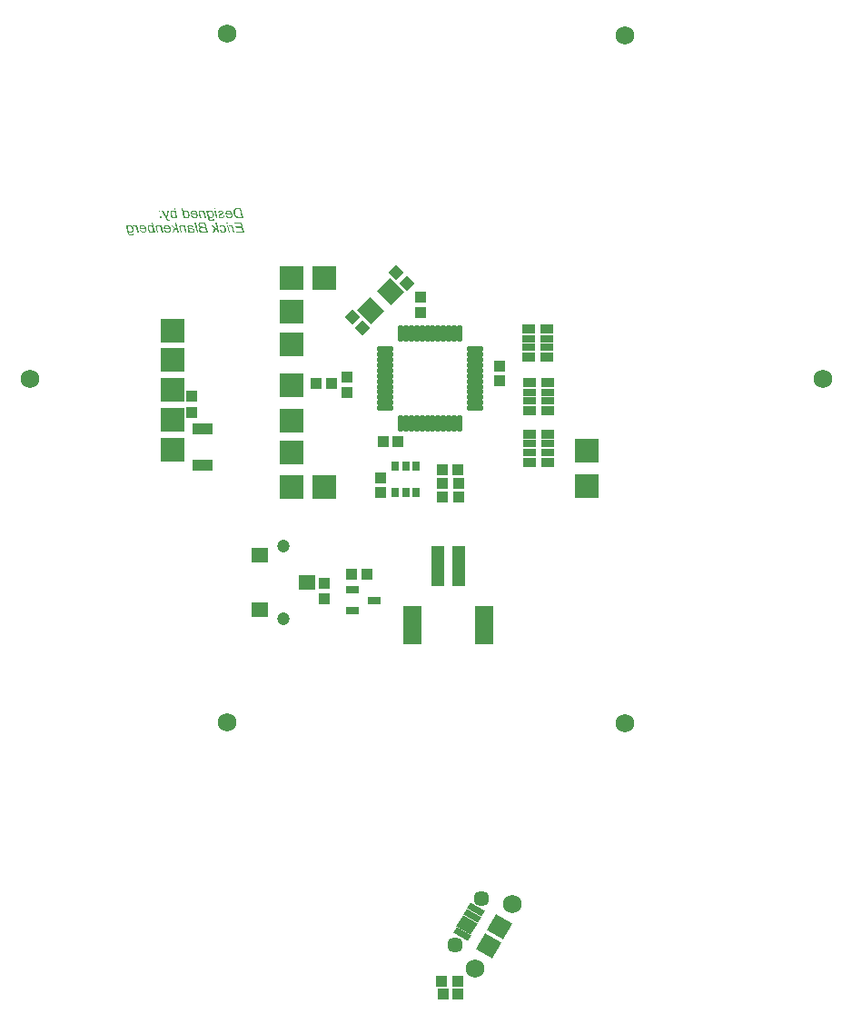
<source format=gbs>
G04*
G04 #@! TF.GenerationSoftware,Altium Limited,Altium Designer,18.1.9 (240)*
G04*
G04 Layer_Color=16711935*
%FSLAX25Y25*%
%MOIN*%
G70*
G01*
G75*
%ADD24R,0.04147X0.03950*%
%ADD26C,0.04737*%
%ADD27C,0.05721*%
%ADD28C,0.06902*%
%ADD29C,0.06800*%
%ADD55R,0.06312X0.05524*%
%ADD56R,0.03950X0.04147*%
%ADD57R,0.03950X0.04343*%
G04:AMPARAMS|DCode=58|XSize=23.75mil|YSize=61.15mil|CornerRadius=0mil|HoleSize=0mil|Usage=FLASHONLY|Rotation=240.000|XOffset=0mil|YOffset=0mil|HoleType=Round|Shape=Rectangle|*
%AMROTATEDRECTD58*
4,1,4,-0.02054,0.02557,0.03242,-0.00500,0.02054,-0.02557,-0.03242,0.00500,-0.02054,0.02557,0.0*
%
%ADD58ROTATEDRECTD58*%

G04:AMPARAMS|DCode=59|XSize=67.06mil|YSize=69.02mil|CornerRadius=0mil|HoleSize=0mil|Usage=FLASHONLY|Rotation=240.000|XOffset=0mil|YOffset=0mil|HoleType=Round|Shape=Rectangle|*
%AMROTATEDRECTD59*
4,1,4,-0.01312,0.04629,0.04665,0.01178,0.01312,-0.04629,-0.04665,-0.01178,-0.01312,0.04629,0.0*
%
%ADD59ROTATEDRECTD59*%

%ADD60R,0.02965X0.03753*%
%ADD61R,0.08674X0.08674*%
%ADD62R,0.08674X0.08674*%
%ADD63R,0.04658X0.02690*%
%ADD64R,0.04658X0.03477*%
%ADD65R,0.07493X0.03950*%
%ADD66O,0.06312X0.01981*%
%ADD67O,0.01981X0.06312*%
G04:AMPARAMS|DCode=68|XSize=41.47mil|YSize=39.5mil|CornerRadius=0mil|HoleSize=0mil|Usage=FLASHONLY|Rotation=45.000|XOffset=0mil|YOffset=0mil|HoleType=Round|Shape=Rectangle|*
%AMROTATEDRECTD68*
4,1,4,-0.00070,-0.02862,-0.02862,-0.00070,0.00070,0.02862,0.02862,0.00070,-0.00070,-0.02862,0.0*
%
%ADD68ROTATEDRECTD68*%

G04:AMPARAMS|DCode=69|XSize=72.96mil|YSize=69.02mil|CornerRadius=0mil|HoleSize=0mil|Usage=FLASHONLY|Rotation=135.000|XOffset=0mil|YOffset=0mil|HoleType=Round|Shape=Rectangle|*
%AMROTATEDRECTD69*
4,1,4,0.05020,-0.00139,0.00139,-0.05020,-0.05020,0.00139,-0.00139,0.05020,0.05020,-0.00139,0.0*
%
%ADD69ROTATEDRECTD69*%

%ADD70R,0.04343X0.03950*%
%ADD71R,0.04540X0.03162*%
%ADD72R,0.04737X0.14580*%
%ADD73R,0.06706X0.14186*%
G36*
X189772Y319337D02*
X189298D01*
X189187Y319876D01*
X189655D01*
X189772Y319337D01*
D02*
G37*
G36*
X162997Y316032D02*
X162581D01*
X162470Y316553D01*
X162423Y316447D01*
X162377Y316360D01*
X162324Y316284D01*
X162271Y316219D01*
X162224Y316173D01*
X162189Y316138D01*
X162166Y316114D01*
X162154Y316108D01*
X162072Y316061D01*
X161996Y316026D01*
X161915Y316003D01*
X161838Y315985D01*
X161774Y315974D01*
X161727Y315968D01*
X161680D01*
X161622Y315974D01*
X161563Y315980D01*
X161511Y315991D01*
X161458Y316003D01*
X161417Y316015D01*
X161388Y316020D01*
X161365Y316032D01*
X161359D01*
X161294Y316056D01*
X161236Y316085D01*
X161183Y316114D01*
X161130Y316143D01*
X161090Y316173D01*
X161060Y316196D01*
X161037Y316208D01*
X161031Y316213D01*
X160973Y316266D01*
X160914Y316319D01*
X160861Y316371D01*
X160809Y316424D01*
X160774Y316477D01*
X160739Y316512D01*
X160721Y316535D01*
X160715Y316547D01*
X160663Y316629D01*
X160610Y316717D01*
X160569Y316804D01*
X160534Y316886D01*
X160505Y316956D01*
X160481Y317009D01*
X160475Y317033D01*
X160469Y317050D01*
X160464Y317056D01*
Y317062D01*
X160429Y317179D01*
X160405Y317302D01*
X160382Y317413D01*
X160370Y317518D01*
X160364Y317606D01*
Y317647D01*
X160358Y317676D01*
Y317705D01*
Y317723D01*
Y317735D01*
Y317740D01*
Y317840D01*
X160370Y317939D01*
X160382Y318027D01*
X160399Y318109D01*
X160417Y318185D01*
X160440Y318255D01*
X160464Y318314D01*
X160487Y318372D01*
X160510Y318425D01*
X160534Y318466D01*
X160557Y318507D01*
X160575Y318536D01*
X160592Y318559D01*
X160604Y318577D01*
X160610Y318583D01*
X160616Y318589D01*
X160663Y318641D01*
X160715Y318688D01*
X160768Y318723D01*
X160820Y318758D01*
X160926Y318811D01*
X161025Y318846D01*
X161113Y318864D01*
X161154Y318875D01*
X161183D01*
X161212Y318881D01*
X161248D01*
X161318Y318875D01*
X161388Y318869D01*
X161446Y318852D01*
X161505Y318840D01*
X161552Y318823D01*
X161587Y318805D01*
X161610Y318799D01*
X161616Y318793D01*
X161686Y318758D01*
X161751Y318711D01*
X161821Y318665D01*
X161879Y318618D01*
X161932Y318571D01*
X161979Y318536D01*
X162002Y318513D01*
X162014Y318501D01*
X161727Y319876D01*
X162195D01*
X162997Y316032D01*
D02*
G37*
G36*
X153900Y318875D02*
X154017Y318852D01*
X154122Y318817D01*
X154216Y318782D01*
X154298Y318741D01*
X154362Y318711D01*
X154385Y318694D01*
X154403Y318688D01*
X154409Y318676D01*
X154415D01*
X154526Y318595D01*
X154625Y318501D01*
X154713Y318401D01*
X154789Y318302D01*
X154853Y318214D01*
X154900Y318144D01*
X154918Y318121D01*
X154929Y318097D01*
X154941Y318086D01*
Y318080D01*
X155017Y317928D01*
X155070Y317781D01*
X155111Y317635D01*
X155134Y317500D01*
X155146Y317442D01*
X155152Y317389D01*
X155158Y317343D01*
Y317302D01*
X155164Y317267D01*
Y317243D01*
Y317226D01*
Y317220D01*
X155158Y317114D01*
X155152Y317021D01*
X155140Y316927D01*
X155117Y316845D01*
X155099Y316763D01*
X155076Y316693D01*
X155047Y316629D01*
X155023Y316570D01*
X154994Y316518D01*
X154971Y316471D01*
X154947Y316430D01*
X154924Y316401D01*
X154906Y316377D01*
X154894Y316354D01*
X154889Y316348D01*
X154883Y316342D01*
X154830Y316290D01*
X154772Y316243D01*
X154713Y316196D01*
X154655Y316161D01*
X154538Y316108D01*
X154426Y316073D01*
X154327Y316050D01*
X154286Y316044D01*
X154251Y316038D01*
X154222Y316032D01*
X154181D01*
X154105Y316038D01*
X154023Y316050D01*
X153953Y316067D01*
X153876Y316091D01*
X153748Y316149D01*
X153625Y316219D01*
X153578Y316249D01*
X153531Y316284D01*
X153490Y316313D01*
X153455Y316342D01*
X153426Y316366D01*
X153409Y316383D01*
X153397Y316395D01*
X153391Y316401D01*
X153444Y316178D01*
X153461Y316091D01*
X153479Y316009D01*
X153502Y315939D01*
X153520Y315868D01*
X153537Y315810D01*
X153555Y315757D01*
X153572Y315710D01*
X153590Y315675D01*
X153619Y315611D01*
X153643Y315564D01*
X153660Y315541D01*
X153666Y315535D01*
X153748Y315459D01*
X153841Y315406D01*
X153947Y315365D01*
X154046Y315342D01*
X154140Y315324D01*
X154181Y315318D01*
X154216D01*
X154245Y315313D01*
X154356D01*
X154426Y315324D01*
X154479Y315330D01*
X154532Y315342D01*
X154567Y315354D01*
X154596Y315359D01*
X154614Y315371D01*
X154620D01*
X154678Y315412D01*
X154725Y315453D01*
X154748Y315488D01*
X154760Y315494D01*
Y315500D01*
X154772Y315535D01*
X154783Y315570D01*
X154795Y315652D01*
X154801Y315687D01*
Y315716D01*
Y315734D01*
Y315740D01*
X155275Y315781D01*
X155280Y315728D01*
X155286Y315687D01*
Y315652D01*
Y315646D01*
Y315640D01*
X155280Y315564D01*
X155269Y315494D01*
X155251Y315430D01*
X155228Y315377D01*
X155204Y315330D01*
X155187Y315295D01*
X155175Y315272D01*
X155169Y315266D01*
X155123Y315207D01*
X155064Y315155D01*
X155006Y315108D01*
X154947Y315073D01*
X154894Y315043D01*
X154853Y315026D01*
X154824Y315014D01*
X154813Y315008D01*
X154719Y314979D01*
X154620Y314956D01*
X154520Y314944D01*
X154432Y314932D01*
X154350Y314927D01*
X154292Y314921D01*
X154233D01*
X154105Y314927D01*
X153988Y314944D01*
X153882Y314967D01*
X153795Y314991D01*
X153719Y315014D01*
X153666Y315038D01*
X153631Y315055D01*
X153619Y315061D01*
X153525Y315114D01*
X153444Y315178D01*
X153374Y315242D01*
X153315Y315301D01*
X153268Y315359D01*
X153239Y315400D01*
X153216Y315430D01*
X153210Y315441D01*
X153157Y315541D01*
X153104Y315652D01*
X153063Y315769D01*
X153028Y315874D01*
X152999Y315974D01*
X152987Y316015D01*
X152981Y316056D01*
X152976Y316085D01*
X152970Y316108D01*
X152964Y316120D01*
Y316126D01*
X152402Y318817D01*
X152841D01*
X152935Y318366D01*
X152993Y318460D01*
X153058Y318536D01*
X153122Y318606D01*
X153192Y318665D01*
X153262Y318711D01*
X153332Y318758D01*
X153403Y318788D01*
X153467Y318817D01*
X153531Y318840D01*
X153590Y318852D01*
X153643Y318864D01*
X153689Y318875D01*
X153725D01*
X153754Y318881D01*
X153777D01*
X153900Y318875D01*
D02*
G37*
G36*
X176194Y318869D02*
X176346Y318846D01*
X176487Y318811D01*
X176604Y318770D01*
X176651Y318747D01*
X176697Y318729D01*
X176733Y318711D01*
X176762Y318694D01*
X176785Y318682D01*
X176803Y318671D01*
X176814Y318659D01*
X176820D01*
X176931Y318565D01*
X177025Y318466D01*
X177107Y318360D01*
X177171Y318261D01*
X177218Y318167D01*
X177242Y318127D01*
X177253Y318097D01*
X177265Y318068D01*
X177277Y318045D01*
X177282Y318033D01*
Y318027D01*
X176809Y317986D01*
X176774Y318074D01*
X176733Y318144D01*
X176686Y318208D01*
X176639Y318261D01*
X176598Y318308D01*
X176563Y318337D01*
X176540Y318355D01*
X176534Y318360D01*
X176458Y318407D01*
X176376Y318437D01*
X176294Y318460D01*
X176218Y318478D01*
X176147Y318489D01*
X176089Y318495D01*
X176042D01*
X175931Y318489D01*
X175832Y318472D01*
X175750Y318454D01*
X175680Y318431D01*
X175627Y318401D01*
X175586Y318384D01*
X175563Y318366D01*
X175557Y318360D01*
X175516Y318325D01*
X175486Y318279D01*
X175463Y318238D01*
X175451Y318197D01*
X175440Y318156D01*
X175434Y318127D01*
Y318103D01*
Y318097D01*
Y318045D01*
X175445Y317992D01*
X175451Y317939D01*
X175463Y317887D01*
X175475Y317846D01*
X175481Y317811D01*
X175492Y317781D01*
Y317776D01*
X175533Y317764D01*
X175574Y317752D01*
X175674Y317729D01*
X175779Y317711D01*
X175884Y317699D01*
X175984Y317694D01*
X176025Y317688D01*
X176060D01*
X176095Y317682D01*
X176136D01*
X176218Y317676D01*
X176294D01*
X176358Y317670D01*
X176423Y317664D01*
X176475D01*
X176528Y317658D01*
X176610Y317647D01*
X176668Y317641D01*
X176715Y317635D01*
X176738Y317629D01*
X176744D01*
X176838Y317612D01*
X176920Y317582D01*
X176996Y317559D01*
X177054Y317536D01*
X177107Y317506D01*
X177148Y317489D01*
X177171Y317477D01*
X177177Y317471D01*
X177242Y317430D01*
X177294Y317384D01*
X177341Y317337D01*
X177382Y317290D01*
X177417Y317249D01*
X177440Y317214D01*
X177452Y317191D01*
X177458Y317185D01*
X177493Y317114D01*
X177516Y317044D01*
X177540Y316980D01*
X177551Y316915D01*
X177557Y316857D01*
X177563Y316816D01*
Y316787D01*
Y316775D01*
X177551Y316646D01*
X177528Y316535D01*
X177487Y316436D01*
X177446Y316348D01*
X177405Y316284D01*
X177364Y316231D01*
X177341Y316202D01*
X177329Y316190D01*
X177236Y316114D01*
X177130Y316061D01*
X177031Y316020D01*
X176926Y315997D01*
X176838Y315980D01*
X176803Y315974D01*
X176768D01*
X176738Y315968D01*
X176703D01*
X176610Y315974D01*
X176516Y315985D01*
X176434Y315997D01*
X176364Y316015D01*
X176305Y316032D01*
X176259Y316050D01*
X176229Y316056D01*
X176218Y316061D01*
X176130Y316102D01*
X176048Y316155D01*
X175966Y316208D01*
X175890Y316254D01*
X175832Y316301D01*
X175779Y316342D01*
X175750Y316366D01*
X175738Y316377D01*
X175732Y316301D01*
X175726Y316237D01*
X175715Y316178D01*
X175709Y316126D01*
X175697Y316085D01*
X175691Y316056D01*
X175685Y316038D01*
Y316032D01*
X175212D01*
X175229Y316120D01*
X175241Y316196D01*
X175252Y316260D01*
X175258Y316313D01*
Y316354D01*
X175264Y316383D01*
Y316401D01*
Y316407D01*
X175258Y316489D01*
X175252Y316582D01*
X175241Y316670D01*
X175229Y316758D01*
X175217Y316828D01*
X175206Y316892D01*
X175200Y316915D01*
X175194Y316933D01*
Y316939D01*
Y316945D01*
X175042Y317635D01*
X175019Y317740D01*
X175001Y317840D01*
X174989Y317933D01*
X174978Y318009D01*
Y318068D01*
X174972Y318115D01*
Y318144D01*
Y318156D01*
X174983Y318261D01*
X175007Y318355D01*
X175048Y318437D01*
X175089Y318501D01*
X175130Y318559D01*
X175171Y318595D01*
X175194Y318624D01*
X175206Y318630D01*
X175264Y318676D01*
X175329Y318711D01*
X175457Y318776D01*
X175592Y318823D01*
X175726Y318852D01*
X175837Y318869D01*
X175890Y318875D01*
X175931D01*
X175972Y318881D01*
X176019D01*
X176194Y318869D01*
D02*
G37*
G36*
X186572Y316032D02*
X186104D01*
X185905Y316962D01*
X185326Y317460D01*
X184765Y316032D01*
X184244D01*
X184963Y317776D01*
X183776Y318817D01*
X184402D01*
X185800Y317477D01*
X185303Y319876D01*
X185777D01*
X186572Y316032D01*
D02*
G37*
G36*
X171655D02*
X171187D01*
X170988Y316962D01*
X170409Y317460D01*
X169847Y316032D01*
X169326D01*
X170046Y317776D01*
X168858Y318817D01*
X169484D01*
X170882Y317477D01*
X170385Y319876D01*
X170859D01*
X171655Y316032D01*
D02*
G37*
G36*
X167530Y318869D02*
X167665Y318846D01*
X167788Y318817D01*
X167899Y318776D01*
X167987Y318735D01*
X168028Y318717D01*
X168057Y318706D01*
X168080Y318688D01*
X168098Y318682D01*
X168110Y318671D01*
X168115D01*
X168232Y318583D01*
X168344Y318483D01*
X168431Y318372D01*
X168513Y318273D01*
X168578Y318173D01*
X168601Y318132D01*
X168619Y318097D01*
X168636Y318068D01*
X168648Y318045D01*
X168659Y318033D01*
Y318027D01*
X168730Y317869D01*
X168782Y317711D01*
X168817Y317559D01*
X168841Y317425D01*
X168852Y317366D01*
X168858Y317313D01*
X168864Y317261D01*
Y317220D01*
X168870Y317191D01*
Y317167D01*
Y317149D01*
Y317144D01*
X168864Y317021D01*
X168847Y316904D01*
X168829Y316798D01*
X168800Y316705D01*
X168777Y316629D01*
X168759Y316570D01*
X168741Y316535D01*
X168736Y316529D01*
Y316524D01*
X168677Y316424D01*
X168619Y316342D01*
X168554Y316272D01*
X168490Y316213D01*
X168431Y316167D01*
X168385Y316138D01*
X168355Y316114D01*
X168344Y316108D01*
X168244Y316061D01*
X168145Y316026D01*
X168051Y316003D01*
X167963Y315985D01*
X167887Y315974D01*
X167829Y315968D01*
X167776D01*
X167683Y315974D01*
X167595Y315980D01*
X167431Y316015D01*
X167285Y316061D01*
X167162Y316120D01*
X167109Y316149D01*
X167062Y316178D01*
X167022Y316202D01*
X166986Y316225D01*
X166957Y316243D01*
X166940Y316260D01*
X166928Y316266D01*
X166922Y316272D01*
X166858Y316331D01*
X166799Y316389D01*
X166700Y316506D01*
X166618Y316617D01*
X166559Y316717D01*
X166518Y316804D01*
X166501Y316840D01*
X166489Y316869D01*
X166477Y316892D01*
X166472Y316910D01*
X166466Y316921D01*
Y316927D01*
X166922Y316968D01*
X166975Y316863D01*
X167039Y316769D01*
X167098Y316693D01*
X167162Y316629D01*
X167215Y316576D01*
X167255Y316541D01*
X167285Y316518D01*
X167297Y316512D01*
X167384Y316459D01*
X167466Y316418D01*
X167548Y316395D01*
X167618Y316371D01*
X167683Y316360D01*
X167729Y316354D01*
X167770D01*
X167864Y316366D01*
X167952Y316389D01*
X168028Y316418D01*
X168092Y316459D01*
X168145Y316494D01*
X168180Y316529D01*
X168209Y316553D01*
X168215Y316559D01*
X168273Y316641D01*
X168314Y316740D01*
X168350Y316840D01*
X168367Y316933D01*
X168379Y317021D01*
X168385Y317091D01*
X168390Y317120D01*
Y317138D01*
Y317149D01*
Y317155D01*
Y317208D01*
X168385Y317261D01*
X168379Y317296D01*
Y317302D01*
Y317307D01*
X166331Y317307D01*
X166308Y317460D01*
X166302Y317530D01*
X166296Y317594D01*
X166290Y317647D01*
Y317688D01*
Y317711D01*
Y317723D01*
X166296Y317822D01*
X166302Y317916D01*
X166337Y318086D01*
X166360Y318156D01*
X166384Y318226D01*
X166413Y318290D01*
X166437Y318349D01*
X166466Y318401D01*
X166495Y318442D01*
X166518Y318483D01*
X166542Y318513D01*
X166559Y318542D01*
X166577Y318559D01*
X166583Y318565D01*
X166589Y318571D01*
X166647Y318624D01*
X166706Y318676D01*
X166776Y318717D01*
X166840Y318752D01*
X166975Y318805D01*
X167103Y318840D01*
X167215Y318864D01*
X167261Y318869D01*
X167308Y318875D01*
X167343Y318881D01*
X167390D01*
X167530Y318869D01*
D02*
G37*
G36*
X158580Y318869D02*
X158714Y318846D01*
X158837Y318817D01*
X158949Y318776D01*
X159036Y318735D01*
X159077Y318717D01*
X159106Y318706D01*
X159130Y318688D01*
X159147Y318682D01*
X159159Y318671D01*
X159165D01*
X159282Y318583D01*
X159393Y318483D01*
X159481Y318372D01*
X159563Y318273D01*
X159627Y318173D01*
X159651Y318132D01*
X159668Y318097D01*
X159686Y318068D01*
X159697Y318045D01*
X159709Y318033D01*
Y318027D01*
X159779Y317869D01*
X159832Y317711D01*
X159867Y317559D01*
X159890Y317425D01*
X159902Y317366D01*
X159908Y317313D01*
X159914Y317261D01*
Y317220D01*
X159920Y317191D01*
Y317167D01*
Y317149D01*
Y317144D01*
X159914Y317021D01*
X159896Y316904D01*
X159879Y316798D01*
X159849Y316705D01*
X159826Y316629D01*
X159808Y316570D01*
X159791Y316535D01*
X159785Y316529D01*
Y316524D01*
X159727Y316424D01*
X159668Y316342D01*
X159604Y316272D01*
X159539Y316213D01*
X159481Y316167D01*
X159434Y316138D01*
X159405Y316114D01*
X159393Y316108D01*
X159294Y316061D01*
X159194Y316026D01*
X159101Y316003D01*
X159013Y315985D01*
X158937Y315974D01*
X158878Y315968D01*
X158826D01*
X158732Y315974D01*
X158644Y315980D01*
X158481Y316015D01*
X158334Y316061D01*
X158211Y316120D01*
X158159Y316149D01*
X158112Y316178D01*
X158071Y316202D01*
X158036Y316225D01*
X158007Y316243D01*
X157989Y316260D01*
X157977Y316266D01*
X157972Y316272D01*
X157907Y316331D01*
X157849Y316389D01*
X157749Y316506D01*
X157667Y316617D01*
X157609Y316717D01*
X157568Y316804D01*
X157550Y316840D01*
X157539Y316869D01*
X157527Y316892D01*
X157521Y316910D01*
X157515Y316921D01*
Y316927D01*
X157972Y316968D01*
X158024Y316863D01*
X158089Y316769D01*
X158147Y316693D01*
X158211Y316629D01*
X158264Y316576D01*
X158305Y316541D01*
X158334Y316518D01*
X158346Y316512D01*
X158434Y316459D01*
X158516Y316418D01*
X158598Y316395D01*
X158668Y316371D01*
X158732Y316360D01*
X158779Y316354D01*
X158820D01*
X158913Y316366D01*
X159001Y316389D01*
X159077Y316418D01*
X159142Y316459D01*
X159194Y316494D01*
X159229Y316529D01*
X159258Y316553D01*
X159264Y316559D01*
X159323Y316641D01*
X159364Y316740D01*
X159399Y316840D01*
X159416Y316933D01*
X159428Y317021D01*
X159434Y317091D01*
X159440Y317120D01*
Y317138D01*
Y317149D01*
Y317155D01*
Y317208D01*
X159434Y317261D01*
X159428Y317296D01*
Y317302D01*
Y317307D01*
X157381D01*
X157357Y317460D01*
X157351Y317530D01*
X157346Y317594D01*
X157340Y317647D01*
Y317688D01*
Y317711D01*
Y317723D01*
X157346Y317822D01*
X157351Y317916D01*
X157387Y318086D01*
X157410Y318156D01*
X157433Y318226D01*
X157463Y318290D01*
X157486Y318349D01*
X157515Y318401D01*
X157545Y318442D01*
X157568Y318483D01*
X157591Y318513D01*
X157609Y318542D01*
X157626Y318559D01*
X157632Y318565D01*
X157638Y318571D01*
X157697Y318624D01*
X157755Y318676D01*
X157825Y318717D01*
X157890Y318752D01*
X158024Y318805D01*
X158153Y318840D01*
X158264Y318864D01*
X158311Y318869D01*
X158358Y318875D01*
X158393Y318881D01*
X158440D01*
X158580Y318869D01*
D02*
G37*
G36*
X187824Y318869D02*
X187970Y318846D01*
X188099Y318805D01*
X188216Y318764D01*
X188310Y318723D01*
X188345Y318700D01*
X188380Y318682D01*
X188403Y318671D01*
X188421Y318659D01*
X188433Y318647D01*
X188438D01*
X188555Y318553D01*
X188661Y318448D01*
X188754Y318337D01*
X188824Y318226D01*
X188883Y318127D01*
X188906Y318086D01*
X188924Y318050D01*
X188942Y318015D01*
X188953Y317992D01*
X188959Y317980D01*
Y317974D01*
X189017Y317811D01*
X189058Y317647D01*
X189094Y317500D01*
X189111Y317360D01*
X189117Y317302D01*
X189123Y317249D01*
X189129Y317196D01*
Y317155D01*
X189135Y317126D01*
Y317103D01*
Y317085D01*
Y317079D01*
X189129Y316986D01*
X189123Y316892D01*
X189088Y316728D01*
X189070Y316658D01*
X189047Y316588D01*
X189017Y316529D01*
X188994Y316471D01*
X188965Y316424D01*
X188942Y316383D01*
X188918Y316342D01*
X188895Y316313D01*
X188877Y316290D01*
X188865Y316272D01*
X188859Y316266D01*
X188854Y316260D01*
X188801Y316208D01*
X188743Y316167D01*
X188684Y316126D01*
X188620Y316091D01*
X188497Y316038D01*
X188380Y316003D01*
X188275Y315985D01*
X188234Y315980D01*
X188193Y315974D01*
X188157Y315968D01*
X188117D01*
X188041Y315974D01*
X187964Y315980D01*
X187824Y316009D01*
X187701Y316050D01*
X187590Y316096D01*
X187496Y316138D01*
X187461Y316161D01*
X187432Y316178D01*
X187409Y316196D01*
X187391Y316208D01*
X187380Y316219D01*
X187374D01*
X187315Y316272D01*
X187257Y316325D01*
X187151Y316453D01*
X187064Y316582D01*
X186993Y316711D01*
X186935Y316822D01*
X186911Y316875D01*
X186894Y316915D01*
X186876Y316951D01*
X186865Y316980D01*
X186859Y316997D01*
Y317003D01*
X187333Y317044D01*
X187380Y316915D01*
X187438Y316810D01*
X187491Y316717D01*
X187543Y316641D01*
X187590Y316582D01*
X187631Y316541D01*
X187654Y316512D01*
X187666Y316506D01*
X187748Y316447D01*
X187824Y316407D01*
X187900Y316377D01*
X187964Y316360D01*
X188023Y316348D01*
X188070Y316336D01*
X188111D01*
X188193Y316342D01*
X188269Y316366D01*
X188339Y316395D01*
X188392Y316424D01*
X188438Y316459D01*
X188473Y316483D01*
X188497Y316506D01*
X188503Y316512D01*
X188555Y316588D01*
X188591Y316670D01*
X188620Y316758D01*
X188637Y316845D01*
X188649Y316921D01*
X188655Y316986D01*
Y317009D01*
Y317027D01*
Y317038D01*
Y317044D01*
X188649Y317173D01*
X188637Y317302D01*
X188620Y317425D01*
X188596Y317530D01*
X188573Y317623D01*
X188567Y317664D01*
X188555Y317694D01*
X188549Y317723D01*
X188544Y317740D01*
X188538Y317752D01*
Y317758D01*
X188491Y317887D01*
X188438Y317998D01*
X188380Y318091D01*
X188327Y318173D01*
X188280Y318232D01*
X188245Y318273D01*
X188222Y318302D01*
X188210Y318308D01*
X188128Y318366D01*
X188041Y318413D01*
X187959Y318442D01*
X187883Y318466D01*
X187812Y318478D01*
X187760Y318489D01*
X187713D01*
X187625Y318483D01*
X187549Y318466D01*
X187479Y318442D01*
X187420Y318413D01*
X187374Y318384D01*
X187344Y318360D01*
X187321Y318343D01*
X187315Y318337D01*
X187262Y318279D01*
X187227Y318214D01*
X187198Y318144D01*
X187181Y318080D01*
X187169Y318021D01*
X187163Y317969D01*
X187157Y317939D01*
Y317933D01*
Y317928D01*
X186689Y317957D01*
Y318033D01*
X186701Y318103D01*
X186730Y318238D01*
X186771Y318349D01*
X186818Y318448D01*
X186871Y318524D01*
X186911Y318577D01*
X186941Y318612D01*
X186947Y318624D01*
X186952D01*
X187005Y318671D01*
X187058Y318711D01*
X187175Y318770D01*
X187292Y318817D01*
X187409Y318852D01*
X187508Y318869D01*
X187555Y318875D01*
X187590D01*
X187625Y318881D01*
X187666D01*
X187824Y318869D01*
D02*
G37*
G36*
X195763Y316032D02*
X192820D01*
X192732Y316465D01*
X195160D01*
X194879Y317805D01*
X192656D01*
X192563Y318238D01*
X194791D01*
X194540Y319443D01*
X192264D01*
X192171Y319876D01*
X194961D01*
X195763Y316032D01*
D02*
G37*
G36*
X190585Y318875D02*
X190661Y318858D01*
X190732Y318829D01*
X190796Y318805D01*
X190849Y318776D01*
X190890Y318747D01*
X190913Y318729D01*
X190925Y318723D01*
X191001Y318659D01*
X191077Y318583D01*
X191147Y318507D01*
X191211Y318431D01*
X191264Y318360D01*
X191311Y318302D01*
X191322Y318279D01*
X191334Y318261D01*
X191344Y318256D01*
X191229Y318817D01*
X191650D01*
X192229Y316032D01*
X191779D01*
X191545Y317144D01*
X191516Y317272D01*
X191480Y317395D01*
X191451Y317506D01*
X191416Y317606D01*
X191381Y317699D01*
X191346Y317781D01*
X191311Y317851D01*
X191281Y317922D01*
X191246Y317974D01*
X191223Y318021D01*
X191194Y318062D01*
X191170Y318097D01*
X191153Y318121D01*
X191141Y318138D01*
X191129Y318144D01*
Y318150D01*
X191083Y318197D01*
X191030Y318244D01*
X190936Y318314D01*
X190854Y318360D01*
X190778Y318396D01*
X190714Y318419D01*
X190661Y318425D01*
X190632Y318431D01*
X190620D01*
X190568Y318425D01*
X190515Y318419D01*
X190468Y318401D01*
X190433Y318384D01*
X190398Y318366D01*
X190375Y318355D01*
X190357Y318343D01*
X190351Y318337D01*
X190152Y318776D01*
X190228Y318811D01*
X190299Y318834D01*
X190357Y318858D01*
X190404Y318869D01*
X190445Y318875D01*
X190480Y318881D01*
X190503D01*
X190585Y318875D01*
D02*
G37*
G36*
X190457Y316032D02*
X189989D01*
X189409Y318817D01*
X189877D01*
X190457Y316032D01*
D02*
G37*
G36*
X182343D02*
X180441D01*
X180301Y316038D01*
X180172Y316056D01*
X180055Y316085D01*
X179956Y316114D01*
X179874Y316138D01*
X179810Y316167D01*
X179786Y316178D01*
X179769Y316184D01*
X179763Y316190D01*
X179757D01*
X179646Y316254D01*
X179546Y316325D01*
X179464Y316401D01*
X179394Y316471D01*
X179336Y316535D01*
X179295Y316588D01*
X179266Y316623D01*
X179260Y316629D01*
Y316635D01*
X179195Y316746D01*
X179149Y316851D01*
X179119Y316956D01*
X179096Y317050D01*
X179084Y317126D01*
X179072Y317191D01*
Y317214D01*
Y317231D01*
Y317237D01*
Y317243D01*
X179078Y317343D01*
X179096Y317436D01*
X179125Y317518D01*
X179149Y317588D01*
X179178Y317641D01*
X179207Y317688D01*
X179225Y317711D01*
X179230Y317723D01*
X179295Y317793D01*
X179371Y317857D01*
X179447Y317910D01*
X179523Y317951D01*
X179593Y317986D01*
X179646Y318009D01*
X179669Y318015D01*
X179687Y318021D01*
X179693Y318027D01*
X179699D01*
X179576Y318080D01*
X179464Y318138D01*
X179371Y318202D01*
X179301Y318261D01*
X179242Y318314D01*
X179201Y318355D01*
X179172Y318384D01*
X179166Y318396D01*
X179108Y318489D01*
X179061Y318583D01*
X179032Y318676D01*
X179008Y318764D01*
X178997Y318840D01*
X178985Y318904D01*
Y318928D01*
Y318946D01*
Y318951D01*
Y318957D01*
X178991Y319045D01*
X179002Y319121D01*
X179020Y319197D01*
X179037Y319261D01*
X179055Y319308D01*
X179072Y319349D01*
X179084Y319378D01*
X179090Y319384D01*
X179131Y319454D01*
X179178Y319513D01*
X179225Y319566D01*
X179266Y319606D01*
X179306Y319642D01*
X179342Y319671D01*
X179365Y319683D01*
X179371Y319688D01*
X179441Y319729D01*
X179517Y319759D01*
X179593Y319788D01*
X179663Y319811D01*
X179722Y319823D01*
X179769Y319835D01*
X179804Y319846D01*
X179815D01*
X179886Y319852D01*
X179962Y319858D01*
X180044Y319864D01*
X180125Y319870D01*
X181547D01*
X182343Y316032D01*
D02*
G37*
G36*
X178844D02*
X178370D01*
X177569Y319876D01*
X178037D01*
X178844Y316032D01*
D02*
G37*
G36*
X172790Y318875D02*
X172883Y318858D01*
X172971Y318840D01*
X173041Y318817D01*
X173106Y318788D01*
X173158Y318770D01*
X173187Y318752D01*
X173199Y318747D01*
X173293Y318694D01*
X173386Y318630D01*
X173474Y318559D01*
X173556Y318489D01*
X173626Y318431D01*
X173685Y318378D01*
X173720Y318343D01*
X173726Y318337D01*
X173731Y318331D01*
X173632Y318817D01*
X174059D01*
X174638Y316032D01*
X174170D01*
X173901Y317325D01*
X173872Y317442D01*
X173843Y317547D01*
X173813Y317647D01*
X173778Y317735D01*
X173743Y317816D01*
X173708Y317893D01*
X173673Y317957D01*
X173638Y318015D01*
X173603Y318068D01*
X173574Y318109D01*
X173544Y318144D01*
X173521Y318173D01*
X173503Y318197D01*
X173486Y318214D01*
X173480Y318220D01*
X173474Y318226D01*
X173416Y318273D01*
X173363Y318314D01*
X173246Y318378D01*
X173135Y318425D01*
X173035Y318454D01*
X172948Y318478D01*
X172907Y318483D01*
X172877D01*
X172848Y318489D01*
X172813D01*
X172749Y318483D01*
X172690Y318478D01*
X172643Y318460D01*
X172602Y318448D01*
X172573Y318431D01*
X172550Y318413D01*
X172538Y318407D01*
X172532Y318401D01*
X172497Y318366D01*
X172474Y318331D01*
X172456Y318290D01*
X172444Y318255D01*
X172439Y318220D01*
X172433Y318197D01*
Y318179D01*
Y318173D01*
Y318121D01*
X172444Y318062D01*
X172462Y317939D01*
X172474Y317881D01*
X172479Y317834D01*
X172491Y317805D01*
Y317799D01*
Y317793D01*
X172877Y316032D01*
X172409D01*
X172035Y317711D01*
X172012Y317828D01*
X171994Y317928D01*
X171982Y318009D01*
X171971Y318080D01*
Y318132D01*
X171965Y318167D01*
Y318191D01*
Y318197D01*
X171971Y318308D01*
X171994Y318407D01*
X172023Y318489D01*
X172058Y318559D01*
X172099Y318618D01*
X172128Y318659D01*
X172152Y318688D01*
X172158Y318694D01*
X172234Y318758D01*
X172322Y318805D01*
X172415Y318834D01*
X172497Y318858D01*
X172579Y318869D01*
X172637Y318881D01*
X172696D01*
X172790Y318875D01*
D02*
G37*
G36*
X164137Y318875D02*
X164231Y318858D01*
X164319Y318840D01*
X164389Y318817D01*
X164453Y318788D01*
X164506Y318770D01*
X164535Y318752D01*
X164547Y318747D01*
X164641Y318694D01*
X164734Y318630D01*
X164822Y318559D01*
X164904Y318489D01*
X164974Y318431D01*
X165032Y318378D01*
X165068Y318343D01*
X165074Y318337D01*
X165079Y318331D01*
X164980Y318817D01*
X165407D01*
X165986Y316032D01*
X165518D01*
X165249Y317325D01*
X165220Y317442D01*
X165190Y317547D01*
X165161Y317647D01*
X165126Y317735D01*
X165091Y317816D01*
X165056Y317893D01*
X165021Y317957D01*
X164986Y318015D01*
X164951Y318068D01*
X164921Y318109D01*
X164892Y318144D01*
X164869Y318173D01*
X164851Y318197D01*
X164834Y318214D01*
X164828Y318220D01*
X164822Y318226D01*
X164763Y318273D01*
X164711Y318314D01*
X164594Y318378D01*
X164483Y318425D01*
X164383Y318454D01*
X164295Y318478D01*
X164254Y318483D01*
X164225D01*
X164196Y318489D01*
X164161D01*
X164096Y318483D01*
X164038Y318478D01*
X163991Y318460D01*
X163950Y318448D01*
X163921Y318431D01*
X163898Y318413D01*
X163886Y318407D01*
X163880Y318401D01*
X163845Y318366D01*
X163822Y318331D01*
X163804Y318290D01*
X163792Y318255D01*
X163786Y318220D01*
X163781Y318197D01*
Y318179D01*
Y318173D01*
Y318121D01*
X163792Y318062D01*
X163810Y317939D01*
X163822Y317881D01*
X163827Y317834D01*
X163839Y317805D01*
Y317799D01*
Y317793D01*
X164225Y316032D01*
X163757D01*
X163383Y317711D01*
X163359Y317828D01*
X163342Y317928D01*
X163330Y318009D01*
X163319Y318080D01*
Y318132D01*
X163313Y318167D01*
Y318191D01*
Y318197D01*
X163319Y318308D01*
X163342Y318407D01*
X163371Y318489D01*
X163406Y318559D01*
X163447Y318618D01*
X163476Y318659D01*
X163500Y318688D01*
X163506Y318694D01*
X163582Y318758D01*
X163670Y318805D01*
X163763Y318834D01*
X163845Y318858D01*
X163927Y318869D01*
X163985Y318881D01*
X164044D01*
X164137Y318875D01*
D02*
G37*
G36*
X155386D02*
X155462Y318858D01*
X155532Y318829D01*
X155596Y318805D01*
X155649Y318776D01*
X155690Y318747D01*
X155713Y318729D01*
X155725Y318723D01*
X155801Y318659D01*
X155877Y318583D01*
X155947Y318507D01*
X156012Y318431D01*
X156064Y318360D01*
X156111Y318302D01*
X156123Y318279D01*
X156135Y318261D01*
X156145Y318256D01*
X156146Y318249D01*
Y318255D01*
X156145Y318256D01*
X156029Y318817D01*
X156450D01*
X157030Y316032D01*
X156579D01*
X156345Y317144D01*
X156316Y317272D01*
X156281Y317395D01*
X156252Y317506D01*
X156217Y317606D01*
X156181Y317699D01*
X156146Y317781D01*
X156111Y317851D01*
X156082Y317922D01*
X156047Y317974D01*
X156024Y318021D01*
X155994Y318062D01*
X155971Y318097D01*
X155953Y318121D01*
X155942Y318138D01*
X155930Y318144D01*
Y318150D01*
X155883Y318197D01*
X155830Y318244D01*
X155737Y318314D01*
X155655Y318360D01*
X155579Y318396D01*
X155515Y318419D01*
X155462Y318425D01*
X155433Y318431D01*
X155421D01*
X155368Y318425D01*
X155316Y318419D01*
X155269Y318401D01*
X155234Y318384D01*
X155199Y318366D01*
X155175Y318355D01*
X155158Y318343D01*
X155152Y318337D01*
X154953Y318776D01*
X155029Y318811D01*
X155099Y318834D01*
X155158Y318858D01*
X155204Y318869D01*
X155245Y318875D01*
X155280Y318881D01*
X155304D01*
X155386Y318875D01*
D02*
G37*
G36*
X185261Y324674D02*
X184787D01*
X184676Y325212D01*
X185144D01*
X185261Y324674D01*
D02*
G37*
G36*
X171314Y321369D02*
X170899D01*
X170788Y321889D01*
X170741Y321784D01*
X170694Y321696D01*
X170642Y321620D01*
X170589Y321556D01*
X170542Y321509D01*
X170507Y321474D01*
X170484Y321451D01*
X170472Y321445D01*
X170390Y321398D01*
X170314Y321363D01*
X170232Y321340D01*
X170156Y321322D01*
X170092Y321310D01*
X170045Y321304D01*
X169998D01*
X169940Y321310D01*
X169881Y321316D01*
X169828Y321328D01*
X169776Y321340D01*
X169735Y321351D01*
X169706Y321357D01*
X169682Y321369D01*
X169676D01*
X169612Y321392D01*
X169554Y321422D01*
X169501Y321451D01*
X169448Y321480D01*
X169407Y321509D01*
X169378Y321533D01*
X169355Y321544D01*
X169349Y321550D01*
X169290Y321603D01*
X169232Y321656D01*
X169179Y321708D01*
X169126Y321761D01*
X169091Y321814D01*
X169056Y321849D01*
X169039Y321872D01*
X169033Y321884D01*
X168980Y321966D01*
X168928Y322053D01*
X168887Y322141D01*
X168852Y322223D01*
X168822Y322293D01*
X168799Y322346D01*
X168793Y322369D01*
X168787Y322387D01*
X168781Y322393D01*
Y322398D01*
X168746Y322516D01*
X168723Y322638D01*
X168700Y322749D01*
X168688Y322855D01*
X168682Y322942D01*
Y322984D01*
X168676Y323013D01*
Y323042D01*
Y323060D01*
Y323071D01*
Y323077D01*
Y323177D01*
X168688Y323276D01*
X168700Y323364D01*
X168717Y323446D01*
X168735Y323522D01*
X168758Y323592D01*
X168781Y323650D01*
X168805Y323709D01*
X168828Y323762D01*
X168852Y323802D01*
X168875Y323843D01*
X168893Y323873D01*
X168910Y323896D01*
X168922Y323914D01*
X168928Y323920D01*
X168933Y323925D01*
X168980Y323978D01*
X169033Y324025D01*
X169086Y324060D01*
X169138Y324095D01*
X169244Y324148D01*
X169343Y324183D01*
X169431Y324200D01*
X169472Y324212D01*
X169501D01*
X169530Y324218D01*
X169565D01*
X169635Y324212D01*
X169706Y324206D01*
X169764Y324189D01*
X169823Y324177D01*
X169869Y324159D01*
X169905Y324142D01*
X169928Y324136D01*
X169934Y324130D01*
X170004Y324095D01*
X170068Y324048D01*
X170139Y324001D01*
X170197Y323955D01*
X170250Y323908D01*
X170297Y323873D01*
X170320Y323849D01*
X170332Y323838D01*
X170045Y325212D01*
X170513D01*
X171314Y321369D01*
D02*
G37*
G36*
X183395Y324212D02*
X183512Y324189D01*
X183617Y324153D01*
X183711Y324118D01*
X183792Y324077D01*
X183857Y324048D01*
X183880Y324031D01*
X183898Y324025D01*
X183904Y324013D01*
X183909D01*
X184021Y323931D01*
X184120Y323838D01*
X184208Y323738D01*
X184284Y323639D01*
X184348Y323551D01*
X184395Y323481D01*
X184413Y323457D01*
X184424Y323434D01*
X184436Y323422D01*
Y323416D01*
X184512Y323264D01*
X184565Y323118D01*
X184606Y322972D01*
X184629Y322837D01*
X184641Y322779D01*
X184647Y322726D01*
X184652Y322679D01*
Y322638D01*
X184658Y322603D01*
Y322580D01*
Y322562D01*
Y322556D01*
X184652Y322451D01*
X184647Y322358D01*
X184635Y322264D01*
X184611Y322182D01*
X184594Y322100D01*
X184571Y322030D01*
X184541Y321966D01*
X184518Y321907D01*
X184489Y321854D01*
X184465Y321808D01*
X184442Y321767D01*
X184418Y321737D01*
X184401Y321714D01*
X184389Y321691D01*
X184383Y321685D01*
X184378Y321679D01*
X184325Y321626D01*
X184266Y321580D01*
X184208Y321533D01*
X184149Y321498D01*
X184032Y321445D01*
X183921Y321410D01*
X183822Y321386D01*
X183781Y321381D01*
X183746Y321375D01*
X183716Y321369D01*
X183676D01*
X183599Y321375D01*
X183518Y321386D01*
X183447Y321404D01*
X183371Y321427D01*
X183243Y321486D01*
X183120Y321556D01*
X183073Y321585D01*
X183026Y321620D01*
X182985Y321650D01*
X182950Y321679D01*
X182921Y321702D01*
X182903Y321720D01*
X182892Y321732D01*
X182886Y321737D01*
X182938Y321515D01*
X182956Y321427D01*
X182974Y321345D01*
X182997Y321275D01*
X183014Y321205D01*
X183032Y321147D01*
X183049Y321094D01*
X183067Y321047D01*
X183085Y321012D01*
X183114Y320948D01*
X183137Y320901D01*
X183155Y320878D01*
X183161Y320872D01*
X183243Y320796D01*
X183336Y320743D01*
X183441Y320702D01*
X183541Y320679D01*
X183634Y320661D01*
X183676Y320655D01*
X183711D01*
X183740Y320649D01*
X183851D01*
X183921Y320661D01*
X183974Y320667D01*
X184027Y320679D01*
X184062Y320690D01*
X184091Y320696D01*
X184108Y320708D01*
X184114D01*
X184173Y320749D01*
X184220Y320790D01*
X184243Y320825D01*
X184255Y320831D01*
Y320836D01*
X184266Y320872D01*
X184278Y320907D01*
X184290Y320989D01*
X184296Y321024D01*
Y321053D01*
Y321071D01*
Y321076D01*
X184769Y321117D01*
X184775Y321065D01*
X184781Y321024D01*
Y320989D01*
Y320983D01*
Y320977D01*
X184775Y320901D01*
X184764Y320831D01*
X184746Y320766D01*
X184723Y320714D01*
X184699Y320667D01*
X184682Y320632D01*
X184670Y320608D01*
X184664Y320602D01*
X184617Y320544D01*
X184559Y320491D01*
X184500Y320445D01*
X184442Y320409D01*
X184389Y320380D01*
X184348Y320363D01*
X184319Y320351D01*
X184307Y320345D01*
X184214Y320316D01*
X184114Y320292D01*
X184015Y320281D01*
X183927Y320269D01*
X183845Y320263D01*
X183787Y320257D01*
X183728D01*
X183599Y320263D01*
X183482Y320281D01*
X183377Y320304D01*
X183289Y320328D01*
X183213Y320351D01*
X183161Y320374D01*
X183126Y320392D01*
X183114Y320398D01*
X183020Y320450D01*
X182938Y320515D01*
X182868Y320579D01*
X182810Y320638D01*
X182763Y320696D01*
X182734Y320737D01*
X182710Y320766D01*
X182704Y320778D01*
X182652Y320878D01*
X182599Y320989D01*
X182558Y321106D01*
X182523Y321211D01*
X182494Y321310D01*
X182482Y321351D01*
X182476Y321392D01*
X182470Y321422D01*
X182465Y321445D01*
X182459Y321457D01*
Y321462D01*
X181897Y324153D01*
X182336D01*
X182429Y323703D01*
X182488Y323797D01*
X182552Y323873D01*
X182617Y323943D01*
X182687Y324001D01*
X182757Y324048D01*
X182827Y324095D01*
X182897Y324124D01*
X182962Y324153D01*
X183026Y324177D01*
X183085Y324189D01*
X183137Y324200D01*
X183184Y324212D01*
X183219D01*
X183248Y324218D01*
X183272D01*
X183395Y324212D01*
D02*
G37*
G36*
X165055Y323615D02*
X164511D01*
X164400Y324153D01*
X164938D01*
X165055Y323615D01*
D02*
G37*
G36*
X167565Y321363D02*
X167717Y321094D01*
X167763Y321012D01*
X167810Y320942D01*
X167857Y320889D01*
X167892Y320842D01*
X167921Y320813D01*
X167945Y320790D01*
X167962Y320778D01*
X167968Y320772D01*
X168003Y320749D01*
X168044Y320731D01*
X168120Y320714D01*
X168150Y320708D01*
X168179Y320702D01*
X168202D01*
X168302Y320708D01*
X168349Y320720D01*
X168395Y320725D01*
X168430Y320737D01*
X168460Y320743D01*
X168477Y320749D01*
X168483D01*
X168512Y320298D01*
X168395Y320263D01*
X168343Y320251D01*
X168296Y320246D01*
X168255D01*
X168220Y320240D01*
X168191D01*
X168097Y320246D01*
X168009Y320263D01*
X167933Y320287D01*
X167863Y320316D01*
X167810Y320345D01*
X167769Y320369D01*
X167746Y320386D01*
X167734Y320392D01*
X167693Y320421D01*
X167658Y320462D01*
X167576Y320550D01*
X167500Y320655D01*
X167430Y320755D01*
X167371Y320854D01*
X167342Y320895D01*
X167319Y320930D01*
X167301Y320965D01*
X167290Y320989D01*
X167278Y321000D01*
Y321006D01*
X165505Y324153D01*
X165997D01*
X167243Y321919D01*
X167260Y322077D01*
X167278Y322223D01*
X167296Y322363D01*
X167313Y322492D01*
X167325Y322545D01*
X167331Y322597D01*
X167336Y322638D01*
X167342Y322679D01*
X167348Y322709D01*
Y322732D01*
X167354Y322744D01*
Y322749D01*
X167559Y324153D01*
X168027D01*
X167565Y321363D01*
D02*
G37*
G36*
X190169Y324206D02*
X190304Y324183D01*
X190426Y324153D01*
X190538Y324113D01*
X190625Y324072D01*
X190666Y324054D01*
X190696Y324042D01*
X190719Y324025D01*
X190736Y324019D01*
X190748Y324007D01*
X190754D01*
X190871Y323920D01*
X190982Y323820D01*
X191070Y323709D01*
X191152Y323609D01*
X191216Y323510D01*
X191240Y323469D01*
X191257Y323434D01*
X191275Y323405D01*
X191286Y323381D01*
X191298Y323370D01*
Y323364D01*
X191368Y323206D01*
X191421Y323048D01*
X191456Y322896D01*
X191479Y322761D01*
X191491Y322703D01*
X191497Y322650D01*
X191503Y322597D01*
Y322556D01*
X191509Y322527D01*
Y322504D01*
Y322486D01*
Y322480D01*
X191503Y322358D01*
X191485Y322240D01*
X191468Y322135D01*
X191438Y322042D01*
X191415Y321966D01*
X191398Y321907D01*
X191380Y321872D01*
X191374Y321866D01*
Y321860D01*
X191316Y321761D01*
X191257Y321679D01*
X191193Y321609D01*
X191128Y321550D01*
X191070Y321503D01*
X191023Y321474D01*
X190994Y321451D01*
X190982Y321445D01*
X190883Y321398D01*
X190783Y321363D01*
X190690Y321340D01*
X190602Y321322D01*
X190526Y321310D01*
X190467Y321304D01*
X190415D01*
X190321Y321310D01*
X190233Y321316D01*
X190069Y321351D01*
X189923Y321398D01*
X189800Y321457D01*
X189748Y321486D01*
X189701Y321515D01*
X189660Y321538D01*
X189625Y321562D01*
X189596Y321580D01*
X189578Y321597D01*
X189566Y321603D01*
X189561Y321609D01*
X189496Y321667D01*
X189438Y321726D01*
X189338Y321843D01*
X189256Y321954D01*
X189198Y322053D01*
X189157Y322141D01*
X189139Y322176D01*
X189128Y322205D01*
X189116Y322229D01*
X189110Y322246D01*
X189104Y322258D01*
Y322264D01*
X189561Y322305D01*
X189613Y322200D01*
X189678Y322106D01*
X189736Y322030D01*
X189800Y321966D01*
X189853Y321913D01*
X189894Y321878D01*
X189923Y321854D01*
X189935Y321849D01*
X190023Y321796D01*
X190105Y321755D01*
X190187Y321732D01*
X190257Y321708D01*
X190321Y321696D01*
X190368Y321691D01*
X190409D01*
X190502Y321702D01*
X190590Y321726D01*
X190666Y321755D01*
X190731Y321796D01*
X190783Y321831D01*
X190818Y321866D01*
X190848Y321889D01*
X190853Y321895D01*
X190912Y321977D01*
X190953Y322077D01*
X190988Y322176D01*
X191006Y322270D01*
X191017Y322358D01*
X191023Y322428D01*
X191029Y322457D01*
Y322475D01*
Y322486D01*
Y322492D01*
Y322545D01*
X191023Y322597D01*
X191017Y322633D01*
Y322638D01*
Y322644D01*
X188970D01*
X188946Y322796D01*
X188941Y322867D01*
X188935Y322931D01*
X188929Y322984D01*
Y323024D01*
Y323048D01*
Y323060D01*
X188935Y323159D01*
X188941Y323253D01*
X188976Y323422D01*
X188999Y323492D01*
X189022Y323563D01*
X189052Y323627D01*
X189075Y323686D01*
X189104Y323738D01*
X189134Y323779D01*
X189157Y323820D01*
X189180Y323849D01*
X189198Y323879D01*
X189215Y323896D01*
X189221Y323902D01*
X189227Y323908D01*
X189286Y323960D01*
X189344Y324013D01*
X189414Y324054D01*
X189479Y324089D01*
X189613Y324142D01*
X189742Y324177D01*
X189853Y324200D01*
X189900Y324206D01*
X189947Y324212D01*
X189982Y324218D01*
X190029D01*
X190169Y324206D01*
D02*
G37*
G36*
X177340D02*
X177474Y324183D01*
X177597Y324153D01*
X177708Y324113D01*
X177796Y324072D01*
X177837Y324054D01*
X177866Y324042D01*
X177890Y324025D01*
X177907Y324019D01*
X177919Y324007D01*
X177925D01*
X178042Y323920D01*
X178153Y323820D01*
X178241Y323709D01*
X178323Y323609D01*
X178387Y323510D01*
X178410Y323469D01*
X178428Y323434D01*
X178446Y323405D01*
X178457Y323381D01*
X178469Y323370D01*
Y323364D01*
X178539Y323206D01*
X178592Y323048D01*
X178627Y322896D01*
X178650Y322761D01*
X178662Y322703D01*
X178668Y322650D01*
X178674Y322597D01*
Y322556D01*
X178680Y322527D01*
Y322504D01*
Y322486D01*
Y322480D01*
X178674Y322358D01*
X178656Y322240D01*
X178639Y322135D01*
X178609Y322042D01*
X178586Y321966D01*
X178568Y321907D01*
X178551Y321872D01*
X178545Y321866D01*
Y321860D01*
X178487Y321761D01*
X178428Y321679D01*
X178364Y321609D01*
X178299Y321550D01*
X178241Y321503D01*
X178194Y321474D01*
X178165Y321451D01*
X178153Y321445D01*
X178054Y321398D01*
X177954Y321363D01*
X177861Y321340D01*
X177773Y321322D01*
X177697Y321310D01*
X177638Y321304D01*
X177586D01*
X177492Y321310D01*
X177404Y321316D01*
X177241Y321351D01*
X177094Y321398D01*
X176971Y321457D01*
X176919Y321486D01*
X176872Y321515D01*
X176831Y321538D01*
X176796Y321562D01*
X176767Y321580D01*
X176749Y321597D01*
X176737Y321603D01*
X176732Y321609D01*
X176667Y321667D01*
X176609Y321726D01*
X176509Y321843D01*
X176427Y321954D01*
X176369Y322053D01*
X176328Y322141D01*
X176310Y322176D01*
X176299Y322205D01*
X176287Y322229D01*
X176281Y322246D01*
X176275Y322258D01*
Y322264D01*
X176732Y322305D01*
X176784Y322200D01*
X176848Y322106D01*
X176907Y322030D01*
X176971Y321966D01*
X177024Y321913D01*
X177065Y321878D01*
X177094Y321854D01*
X177106Y321849D01*
X177194Y321796D01*
X177276Y321755D01*
X177357Y321732D01*
X177428Y321708D01*
X177492Y321696D01*
X177539Y321691D01*
X177580D01*
X177673Y321702D01*
X177761Y321726D01*
X177837Y321755D01*
X177901Y321796D01*
X177954Y321831D01*
X177989Y321866D01*
X178018Y321889D01*
X178024Y321895D01*
X178083Y321977D01*
X178124Y322077D01*
X178159Y322176D01*
X178176Y322270D01*
X178188Y322358D01*
X178194Y322428D01*
X178200Y322457D01*
Y322475D01*
Y322486D01*
Y322492D01*
Y322545D01*
X178194Y322597D01*
X178188Y322633D01*
Y322638D01*
Y322644D01*
X176141D01*
X176117Y322796D01*
X176111Y322867D01*
X176106Y322931D01*
X176100Y322984D01*
Y323024D01*
Y323048D01*
Y323060D01*
X176106Y323159D01*
X176111Y323253D01*
X176146Y323422D01*
X176170Y323492D01*
X176193Y323563D01*
X176223Y323627D01*
X176246Y323686D01*
X176275Y323738D01*
X176304Y323779D01*
X176328Y323820D01*
X176351Y323849D01*
X176369Y323879D01*
X176386Y323896D01*
X176392Y323902D01*
X176398Y323908D01*
X176457Y323960D01*
X176515Y324013D01*
X176585Y324054D01*
X176650Y324089D01*
X176784Y324142D01*
X176913Y324177D01*
X177024Y324200D01*
X177071Y324206D01*
X177118Y324212D01*
X177153Y324218D01*
X177199D01*
X177340Y324206D01*
D02*
G37*
G36*
X195416Y321369D02*
X193901D01*
X193778Y321381D01*
X193673Y321386D01*
X193579Y321398D01*
X193503Y321410D01*
X193451Y321416D01*
X193416Y321427D01*
X193404D01*
X193281Y321462D01*
X193170Y321498D01*
X193071Y321538D01*
X192983Y321574D01*
X192913Y321609D01*
X192860Y321638D01*
X192831Y321661D01*
X192819Y321667D01*
X192725Y321732D01*
X192643Y321808D01*
X192562Y321884D01*
X192491Y321954D01*
X192433Y322018D01*
X192386Y322071D01*
X192357Y322106D01*
X192345Y322112D01*
Y322118D01*
X192263Y322229D01*
X192193Y322346D01*
X192129Y322457D01*
X192076Y322562D01*
X192035Y322656D01*
X192018Y322691D01*
X192000Y322726D01*
X191988Y322755D01*
X191982Y322773D01*
X191977Y322785D01*
Y322790D01*
X191930Y322937D01*
X191895Y323089D01*
X191871Y323229D01*
X191854Y323358D01*
X191848Y323416D01*
X191842Y323475D01*
Y323522D01*
X191836Y323563D01*
Y323592D01*
Y323621D01*
Y323633D01*
Y323639D01*
X191842Y323779D01*
X191854Y323908D01*
X191871Y324031D01*
X191895Y324130D01*
X191918Y324218D01*
X191924Y324253D01*
X191936Y324282D01*
X191941Y324306D01*
X191947Y324323D01*
X191953Y324329D01*
Y324335D01*
X192000Y324446D01*
X192053Y324551D01*
X192105Y324639D01*
X192164Y324715D01*
X192211Y324774D01*
X192252Y324820D01*
X192275Y324844D01*
X192287Y324855D01*
X192374Y324932D01*
X192462Y324990D01*
X192556Y325043D01*
X192638Y325084D01*
X192714Y325113D01*
X192772Y325130D01*
X192796Y325142D01*
X192813D01*
X192819Y325148D01*
X192825D01*
X192913Y325171D01*
X193018Y325183D01*
X193123Y325195D01*
X193223Y325206D01*
X193316D01*
X193357Y325212D01*
X194615D01*
X195416Y321369D01*
D02*
G37*
G36*
X185945D02*
X185477D01*
X184898Y324153D01*
X185366D01*
X185945Y321369D01*
D02*
G37*
G36*
X179914Y324212D02*
X180008Y324194D01*
X180095Y324177D01*
X180166Y324153D01*
X180230Y324124D01*
X180282Y324107D01*
X180312Y324089D01*
X180323Y324083D01*
X180417Y324031D01*
X180511Y323966D01*
X180598Y323896D01*
X180680Y323826D01*
X180751Y323767D01*
X180809Y323715D01*
X180844Y323680D01*
X180850Y323674D01*
X180856Y323668D01*
X180756Y324153D01*
X181183D01*
X181763Y321369D01*
X181295D01*
X181025Y322662D01*
X180996Y322779D01*
X180967Y322884D01*
X180938Y322984D01*
X180903Y323071D01*
X180868Y323153D01*
X180832Y323229D01*
X180797Y323293D01*
X180762Y323352D01*
X180727Y323405D01*
X180698Y323446D01*
X180669Y323481D01*
X180645Y323510D01*
X180628Y323533D01*
X180610Y323551D01*
X180604Y323557D01*
X180598Y323563D01*
X180540Y323609D01*
X180487Y323650D01*
X180370Y323715D01*
X180259Y323762D01*
X180160Y323791D01*
X180072Y323814D01*
X180031Y323820D01*
X180002D01*
X179972Y323826D01*
X179937D01*
X179873Y323820D01*
X179815Y323814D01*
X179768Y323797D01*
X179727Y323785D01*
X179698Y323767D01*
X179674Y323750D01*
X179662Y323744D01*
X179657Y323738D01*
X179621Y323703D01*
X179598Y323668D01*
X179580Y323627D01*
X179569Y323592D01*
X179563Y323557D01*
X179557Y323533D01*
Y323516D01*
Y323510D01*
Y323457D01*
X179569Y323399D01*
X179586Y323276D01*
X179598Y323218D01*
X179604Y323171D01*
X179616Y323141D01*
Y323136D01*
Y323130D01*
X180002Y321369D01*
X179534D01*
X179159Y323048D01*
X179136Y323165D01*
X179118Y323264D01*
X179107Y323346D01*
X179095Y323416D01*
Y323469D01*
X179089Y323504D01*
Y323528D01*
Y323533D01*
X179095Y323644D01*
X179118Y323744D01*
X179148Y323826D01*
X179183Y323896D01*
X179224Y323955D01*
X179253Y323995D01*
X179276Y324025D01*
X179282Y324031D01*
X179358Y324095D01*
X179446Y324142D01*
X179540Y324171D01*
X179621Y324194D01*
X179703Y324206D01*
X179762Y324218D01*
X179820D01*
X179914Y324212D01*
D02*
G37*
G36*
X165523Y321369D02*
X164985D01*
X164868Y321907D01*
X165406D01*
X165523Y321369D01*
D02*
G37*
G36*
X187361Y324206D02*
X187507Y324183D01*
X187630Y324142D01*
X187735Y324101D01*
X187817Y324054D01*
X187852Y324037D01*
X187882Y324013D01*
X187899Y324001D01*
X187917Y323990D01*
X187923Y323978D01*
X187928D01*
X187975Y323931D01*
X188010Y323884D01*
X188075Y323791D01*
X188121Y323697D01*
X188151Y323609D01*
X188174Y323533D01*
X188180Y323469D01*
X188186Y323446D01*
Y323434D01*
Y323422D01*
Y323416D01*
X188180Y323346D01*
X188174Y323282D01*
X188157Y323223D01*
X188139Y323177D01*
X188127Y323136D01*
X188110Y323100D01*
X188104Y323083D01*
X188098Y323077D01*
X188063Y323024D01*
X188022Y322978D01*
X187975Y322937D01*
X187934Y322902D01*
X187893Y322867D01*
X187864Y322843D01*
X187841Y322831D01*
X187835Y322826D01*
X187811Y322814D01*
X187782Y322796D01*
X187718Y322761D01*
X187636Y322726D01*
X187554Y322685D01*
X187478Y322650D01*
X187414Y322627D01*
X187390Y322615D01*
X187373Y322603D01*
X187361Y322597D01*
X187355D01*
X187285Y322568D01*
X187226Y322539D01*
X187168Y322516D01*
X187121Y322486D01*
X187039Y322445D01*
X186975Y322404D01*
X186928Y322369D01*
X186899Y322346D01*
X186887Y322334D01*
X186881Y322328D01*
X186846Y322287D01*
X186823Y322246D01*
X186805Y322205D01*
X186793Y322170D01*
X186788Y322141D01*
X186782Y322118D01*
Y322100D01*
Y322094D01*
X186788Y322036D01*
X186805Y321977D01*
X186835Y321925D01*
X186858Y321884D01*
X186887Y321849D01*
X186916Y321819D01*
X186934Y321802D01*
X186940Y321796D01*
X187004Y321755D01*
X187080Y321726D01*
X187156Y321702D01*
X187238Y321691D01*
X187302Y321679D01*
X187361Y321673D01*
X187414D01*
X187496Y321679D01*
X187566Y321685D01*
X187636Y321702D01*
X187694Y321720D01*
X187741Y321732D01*
X187776Y321749D01*
X187800Y321755D01*
X187806Y321761D01*
X187864Y321796D01*
X187911Y321837D01*
X187952Y321878D01*
X187987Y321913D01*
X188010Y321948D01*
X188028Y321971D01*
X188034Y321989D01*
X188040Y321995D01*
X188057Y322053D01*
X188075Y322112D01*
X188086Y322170D01*
X188092Y322229D01*
Y322276D01*
X188098Y322317D01*
Y322340D01*
Y322352D01*
X188572Y322322D01*
Y322223D01*
X188566Y322135D01*
X188549Y322047D01*
X188531Y321971D01*
X188508Y321901D01*
X188478Y321837D01*
X188449Y321778D01*
X188420Y321726D01*
X188391Y321679D01*
X188361Y321644D01*
X188332Y321609D01*
X188309Y321585D01*
X188285Y321562D01*
X188268Y321550D01*
X188262Y321544D01*
X188256Y321538D01*
X188121Y321462D01*
X187987Y321404D01*
X187847Y321363D01*
X187718Y321334D01*
X187607Y321316D01*
X187560Y321310D01*
X187519D01*
X187484Y321304D01*
X187437D01*
X187308Y321310D01*
X187191Y321322D01*
X187092Y321340D01*
X186998Y321363D01*
X186928Y321386D01*
X186875Y321404D01*
X186840Y321416D01*
X186829Y321422D01*
X186735Y321468D01*
X186659Y321521D01*
X186589Y321574D01*
X186536Y321626D01*
X186489Y321667D01*
X186460Y321702D01*
X186442Y321732D01*
X186437Y321737D01*
X186396Y321814D01*
X186361Y321889D01*
X186337Y321960D01*
X186326Y322018D01*
X186314Y322071D01*
X186308Y322112D01*
Y322135D01*
Y322147D01*
X186320Y322258D01*
X186343Y322363D01*
X186378Y322457D01*
X186419Y322533D01*
X186466Y322591D01*
X186501Y322638D01*
X186524Y322668D01*
X186536Y322679D01*
X186565Y322709D01*
X186606Y322738D01*
X186653Y322767D01*
X186700Y322796D01*
X186817Y322861D01*
X186928Y322919D01*
X187039Y322972D01*
X187092Y322995D01*
X187133Y323013D01*
X187168Y323030D01*
X187197Y323042D01*
X187215Y323054D01*
X187221D01*
X187279Y323083D01*
X187332Y323106D01*
X187419Y323147D01*
X187490Y323182D01*
X187542Y323212D01*
X187583Y323235D01*
X187607Y323253D01*
X187618Y323264D01*
X187624D01*
X187665Y323305D01*
X187694Y323340D01*
X187712Y323381D01*
X187724Y323416D01*
X187735Y323446D01*
X187741Y323469D01*
Y323487D01*
Y323492D01*
X187735Y323539D01*
X187718Y323586D01*
X187700Y323627D01*
X187671Y323662D01*
X187648Y323691D01*
X187630Y323715D01*
X187612Y323726D01*
X187607Y323732D01*
X187554Y323773D01*
X187490Y323802D01*
X187425Y323820D01*
X187367Y323838D01*
X187308Y323843D01*
X187267Y323849D01*
X187226D01*
X187121Y323843D01*
X187022Y323826D01*
X186940Y323802D01*
X186875Y323779D01*
X186823Y323750D01*
X186782Y323726D01*
X186758Y323709D01*
X186753Y323703D01*
X186694Y323644D01*
X186653Y323580D01*
X186618Y323516D01*
X186600Y323451D01*
X186583Y323399D01*
X186577Y323352D01*
X186571Y323323D01*
Y323311D01*
X186109Y323340D01*
X186115Y323411D01*
X186127Y323481D01*
X186156Y323604D01*
X186203Y323715D01*
X186255Y323802D01*
X186308Y323879D01*
X186355Y323931D01*
X186384Y323960D01*
X186390Y323972D01*
X186396D01*
X186507Y324054D01*
X186636Y324113D01*
X186770Y324159D01*
X186899Y324189D01*
X187010Y324206D01*
X187063Y324212D01*
X187104D01*
X187139Y324218D01*
X187191D01*
X187361Y324206D01*
D02*
G37*
G36*
X173549Y323715D02*
X173602Y323802D01*
X173660Y323879D01*
X173719Y323949D01*
X173783Y324007D01*
X173847Y324054D01*
X173918Y324095D01*
X173982Y324130D01*
X174040Y324153D01*
X174099Y324177D01*
X174158Y324189D01*
X174204Y324200D01*
X174245Y324212D01*
X174286D01*
X174310Y324218D01*
X174333D01*
X174450Y324206D01*
X174567Y324183D01*
X174672Y324153D01*
X174766Y324113D01*
X174848Y324072D01*
X174912Y324042D01*
X174936Y324025D01*
X174953Y324019D01*
X174959Y324007D01*
X174965D01*
X175076Y323920D01*
X175175Y323820D01*
X175263Y323715D01*
X175339Y323615D01*
X175404Y323522D01*
X175427Y323481D01*
X175450Y323446D01*
X175462Y323416D01*
X175474Y323393D01*
X175486Y323381D01*
Y323375D01*
X175556Y323218D01*
X175602Y323054D01*
X175638Y322896D01*
X175667Y322755D01*
X175673Y322685D01*
X175679Y322627D01*
X175684Y322574D01*
Y322533D01*
X175690Y322498D01*
Y322469D01*
Y322451D01*
Y322445D01*
X175684Y322346D01*
X175679Y322252D01*
X175667Y322159D01*
X175649Y322077D01*
X175632Y322001D01*
X175608Y321931D01*
X175585Y321872D01*
X175556Y321814D01*
X175532Y321761D01*
X175509Y321720D01*
X175486Y321685D01*
X175468Y321650D01*
X175450Y321626D01*
X175439Y321609D01*
X175427Y321603D01*
Y321597D01*
X175374Y321544D01*
X175322Y321503D01*
X175269Y321462D01*
X175210Y321427D01*
X175105Y321375D01*
X175000Y321340D01*
X174912Y321322D01*
X174871Y321316D01*
X174836Y321310D01*
X174807Y321304D01*
X174772D01*
X174690Y321310D01*
X174608Y321322D01*
X174526Y321345D01*
X174450Y321375D01*
X174304Y321451D01*
X174175Y321538D01*
X174122Y321580D01*
X174070Y321620D01*
X174029Y321661D01*
X173988Y321696D01*
X173959Y321726D01*
X173935Y321749D01*
X173924Y321761D01*
X173918Y321767D01*
X174000Y321369D01*
X173561D01*
X172759Y325212D01*
X173233D01*
X173549Y323715D01*
D02*
G37*
%LPC*%
G36*
X161406Y318501D02*
X161394D01*
X161306Y318495D01*
X161224Y318472D01*
X161154Y318437D01*
X161095Y318401D01*
X161049Y318366D01*
X161014Y318331D01*
X160990Y318308D01*
X160984Y318302D01*
X160932Y318226D01*
X160891Y318138D01*
X160861Y318045D01*
X160838Y317957D01*
X160826Y317881D01*
X160820Y317816D01*
Y317793D01*
Y317776D01*
Y317764D01*
Y317758D01*
X160826Y317635D01*
X160844Y317518D01*
X160861Y317401D01*
X160885Y317296D01*
X160914Y317202D01*
X160926Y317167D01*
X160932Y317132D01*
X160943Y317103D01*
X160949Y317085D01*
X160955Y317073D01*
Y317068D01*
X161008Y316939D01*
X161060Y316828D01*
X161119Y316734D01*
X161171Y316658D01*
X161218Y316600D01*
X161253Y316559D01*
X161277Y316529D01*
X161288Y316524D01*
X161365Y316465D01*
X161441Y316424D01*
X161517Y316395D01*
X161581Y316377D01*
X161639Y316366D01*
X161686Y316354D01*
X161727D01*
X161815Y316360D01*
X161897Y316383D01*
X161967Y316412D01*
X162026Y316447D01*
X162078Y316477D01*
X162113Y316506D01*
X162137Y316529D01*
X162143Y316535D01*
X162195Y316611D01*
X162236Y316699D01*
X162266Y316793D01*
X162283Y316880D01*
X162295Y316956D01*
X162306Y317021D01*
Y317044D01*
Y317062D01*
Y317073D01*
Y317079D01*
Y317167D01*
X162301Y317249D01*
X162289Y317337D01*
X162271Y317425D01*
X162248Y317506D01*
X162230Y317577D01*
X162213Y317635D01*
X162207Y317658D01*
X162201Y317676D01*
X162195Y317682D01*
Y317688D01*
X162143Y317834D01*
X162084Y317957D01*
X162026Y318062D01*
X161967Y318144D01*
X161920Y318214D01*
X161885Y318261D01*
X161862Y318284D01*
X161850Y318296D01*
X161768Y318366D01*
X161692Y318413D01*
X161610Y318448D01*
X161540Y318478D01*
X161481Y318489D01*
X161435Y318495D01*
X161406Y318501D01*
D02*
G37*
G36*
X153795D02*
X153765D01*
X153666Y318489D01*
X153572Y318466D01*
X153496Y318437D01*
X153426Y318396D01*
X153374Y318355D01*
X153332Y318325D01*
X153303Y318302D01*
X153297Y318290D01*
X153233Y318208D01*
X153186Y318121D01*
X153151Y318027D01*
X153128Y317939D01*
X153116Y317863D01*
X153104Y317799D01*
Y317776D01*
Y317758D01*
Y317746D01*
Y317740D01*
X153110Y317623D01*
X153128Y317506D01*
X153151Y317395D01*
X153174Y317296D01*
X153204Y317208D01*
X153216Y317173D01*
X153227Y317144D01*
X153239Y317120D01*
X153245Y317103D01*
X153251Y317091D01*
Y317085D01*
X153309Y316968D01*
X153368Y316863D01*
X153432Y316775D01*
X153490Y316705D01*
X153543Y316652D01*
X153584Y316611D01*
X153613Y316588D01*
X153625Y316582D01*
X153713Y316529D01*
X153795Y316489D01*
X153871Y316459D01*
X153941Y316442D01*
X153999Y316430D01*
X154040Y316418D01*
X154081D01*
X154146Y316424D01*
X154210Y316436D01*
X154263Y316453D01*
X154315Y316471D01*
X154350Y316489D01*
X154385Y316506D01*
X154403Y316518D01*
X154409Y316524D01*
X154462Y316564D01*
X154502Y316617D01*
X154543Y316670D01*
X154573Y316717D01*
X154602Y316763D01*
X154620Y316798D01*
X154625Y316822D01*
X154631Y316834D01*
X154649Y316892D01*
X154660Y316962D01*
X154672Y317033D01*
X154678Y317103D01*
Y317161D01*
X154684Y317214D01*
Y317249D01*
Y317255D01*
Y317261D01*
X154678Y317319D01*
X154672Y317384D01*
X154660Y317448D01*
X154649Y317518D01*
X154637Y317577D01*
X154625Y317623D01*
X154614Y317653D01*
Y317664D01*
X154584Y317758D01*
X154549Y317846D01*
X154514Y317922D01*
X154479Y317992D01*
X154450Y318045D01*
X154426Y318086D01*
X154409Y318115D01*
X154403Y318121D01*
X154350Y318191D01*
X154298Y318249D01*
X154245Y318296D01*
X154198Y318337D01*
X154157Y318366D01*
X154128Y318390D01*
X154105Y318401D01*
X154099Y318407D01*
X154034Y318437D01*
X153976Y318460D01*
X153923Y318478D01*
X153871Y318489D01*
X153830Y318495D01*
X153795Y318501D01*
D02*
G37*
G36*
X175568Y317442D02*
X175563D01*
X175592Y317296D01*
X175621Y317167D01*
X175656Y317056D01*
X175685Y316968D01*
X175715Y316898D01*
X175738Y316845D01*
X175756Y316816D01*
X175761Y316804D01*
X175814Y316728D01*
X175867Y316658D01*
X175925Y316600D01*
X175984Y316547D01*
X176031Y316512D01*
X176072Y316483D01*
X176095Y316465D01*
X176107Y316459D01*
X176188Y316418D01*
X176270Y316389D01*
X176346Y316366D01*
X176417Y316354D01*
X176475Y316342D01*
X176522Y316336D01*
X176563D01*
X176651Y316342D01*
X176733Y316354D01*
X176797Y316377D01*
X176855Y316401D01*
X176896Y316418D01*
X176931Y316442D01*
X176949Y316453D01*
X176955Y316459D01*
X177002Y316512D01*
X177031Y316564D01*
X177054Y316623D01*
X177072Y316676D01*
X177084Y316722D01*
X177089Y316758D01*
Y316781D01*
Y316793D01*
X177084Y316845D01*
X177078Y316898D01*
X177066Y316945D01*
X177048Y316980D01*
X177031Y317015D01*
X177019Y317038D01*
X177013Y317056D01*
X177007Y317062D01*
X176972Y317103D01*
X176931Y317144D01*
X176885Y317173D01*
X176844Y317196D01*
X176809Y317220D01*
X176779Y317231D01*
X176756Y317243D01*
X176750D01*
X176674Y317267D01*
X176586Y317284D01*
X176487Y317296D01*
X176393Y317313D01*
X176305Y317325D01*
X176229Y317331D01*
X176206D01*
X176183Y317337D01*
X176165D01*
X176072Y317343D01*
X175990Y317354D01*
X175925Y317360D01*
X175873Y317366D01*
X175832Y317372D01*
X175802Y317378D01*
X175779D01*
X175697Y317395D01*
X175627Y317419D01*
X175598Y317430D01*
X175580Y317436D01*
X175568Y317442D01*
D02*
G37*
G36*
X167408Y318513D02*
X167378D01*
X167279Y318507D01*
X167185Y318483D01*
X167109Y318454D01*
X167039Y318419D01*
X166986Y318378D01*
X166951Y318349D01*
X166922Y318325D01*
X166916Y318320D01*
X166858Y318244D01*
X166811Y318156D01*
X166782Y318068D01*
X166758Y317980D01*
X166747Y317898D01*
X166735Y317834D01*
Y317811D01*
Y317793D01*
Y317781D01*
Y317776D01*
Y317746D01*
Y317717D01*
X166741Y317688D01*
Y317682D01*
Y317676D01*
X168303Y317676D01*
X168250Y317822D01*
X168192Y317951D01*
X168133Y318056D01*
X168075Y318144D01*
X168016Y318214D01*
X167975Y318261D01*
X167946Y318290D01*
X167934Y318302D01*
X167841Y318372D01*
X167741Y318425D01*
X167648Y318460D01*
X167560Y318489D01*
X167490Y318501D01*
X167431Y318507D01*
X167408Y318513D01*
D02*
G37*
G36*
X158457Y318513D02*
X158428D01*
X158328Y318507D01*
X158235Y318483D01*
X158159Y318454D01*
X158089Y318419D01*
X158036Y318378D01*
X158001Y318349D01*
X157972Y318325D01*
X157966Y318320D01*
X157907Y318244D01*
X157860Y318156D01*
X157831Y318068D01*
X157808Y317980D01*
X157796Y317898D01*
X157784Y317834D01*
Y317811D01*
Y317793D01*
Y317781D01*
Y317776D01*
Y317746D01*
Y317717D01*
X157790Y317688D01*
Y317682D01*
Y317676D01*
X159352D01*
X159300Y317822D01*
X159241Y317951D01*
X159183Y318056D01*
X159124Y318144D01*
X159065Y318214D01*
X159025Y318261D01*
X158995Y318290D01*
X158984Y318302D01*
X158890Y318372D01*
X158791Y318425D01*
X158697Y318460D01*
X158609Y318489D01*
X158539Y318501D01*
X158481Y318507D01*
X158457Y318513D01*
D02*
G37*
G36*
X191344Y318256D02*
X191346Y318249D01*
Y318255D01*
X191344Y318256D01*
D02*
G37*
G36*
X181120Y319437D02*
X180131D01*
X180026Y319425D01*
X179938Y319419D01*
X179874Y319408D01*
X179821Y319396D01*
X179786Y319390D01*
X179769Y319378D01*
X179763D01*
X179716Y319355D01*
X179669Y319332D01*
X179634Y319302D01*
X179605Y319273D01*
X179581Y319244D01*
X179564Y319220D01*
X179552Y319209D01*
X179546Y319203D01*
X179517Y319156D01*
X179499Y319109D01*
X179476Y319022D01*
X179470Y318981D01*
X179464Y318951D01*
Y318928D01*
Y318922D01*
Y318858D01*
X179476Y318805D01*
X179505Y318700D01*
X179546Y318606D01*
X179587Y318536D01*
X179634Y318478D01*
X179675Y318437D01*
X179704Y318407D01*
X179710Y318401D01*
X179716D01*
X179769Y318372D01*
X179827Y318343D01*
X179956Y318302D01*
X180090Y318267D01*
X180231Y318249D01*
X180359Y318238D01*
X180412Y318232D01*
X180465D01*
X180500Y318226D01*
X181372D01*
X181120Y319437D01*
D02*
G37*
G36*
X181465Y317793D02*
X180354D01*
X180272Y317787D01*
X180196Y317781D01*
X180131Y317770D01*
X180067Y317758D01*
X180014Y317746D01*
X179968Y317735D01*
X179921Y317723D01*
X179856Y317699D01*
X179810Y317676D01*
X179780Y317658D01*
X179774Y317653D01*
X179716Y317594D01*
X179675Y317530D01*
X179640Y317460D01*
X179622Y317395D01*
X179611Y317331D01*
X179599Y317284D01*
Y317249D01*
Y317243D01*
Y317237D01*
X179605Y317173D01*
X179611Y317109D01*
X179628Y317050D01*
X179646Y316997D01*
X179663Y316956D01*
X179675Y316921D01*
X179687Y316898D01*
X179693Y316892D01*
X179728Y316834D01*
X179769Y316781D01*
X179810Y316734D01*
X179850Y316699D01*
X179886Y316670D01*
X179915Y316646D01*
X179932Y316635D01*
X179938Y316629D01*
X180003Y316594D01*
X180067Y316564D01*
X180137Y316541D01*
X180201Y316524D01*
X180260Y316506D01*
X180307Y316494D01*
X180336Y316489D01*
X180348D01*
X180406Y316483D01*
X180476Y316477D01*
X180552Y316471D01*
X180634D01*
X180710Y316465D01*
X181740D01*
X181465Y317793D01*
D02*
G37*
G36*
X169723Y323838D02*
X169711D01*
X169624Y323832D01*
X169542Y323808D01*
X169472Y323773D01*
X169413Y323738D01*
X169366Y323703D01*
X169331Y323668D01*
X169308Y323644D01*
X169302Y323639D01*
X169249Y323563D01*
X169208Y323475D01*
X169179Y323381D01*
X169156Y323293D01*
X169144Y323218D01*
X169138Y323153D01*
Y323130D01*
Y323112D01*
Y323100D01*
Y323095D01*
X169144Y322972D01*
X169162Y322855D01*
X169179Y322738D01*
X169203Y322633D01*
X169232Y322539D01*
X169244Y322504D01*
X169249Y322469D01*
X169261Y322439D01*
X169267Y322422D01*
X169273Y322410D01*
Y322404D01*
X169325Y322276D01*
X169378Y322165D01*
X169437Y322071D01*
X169489Y321995D01*
X169536Y321936D01*
X169571Y321895D01*
X169595Y321866D01*
X169606Y321860D01*
X169682Y321802D01*
X169758Y321761D01*
X169834Y321732D01*
X169899Y321714D01*
X169957Y321702D01*
X170004Y321691D01*
X170045D01*
X170133Y321696D01*
X170215Y321720D01*
X170285Y321749D01*
X170343Y321784D01*
X170396Y321814D01*
X170431Y321843D01*
X170455Y321866D01*
X170460Y321872D01*
X170513Y321948D01*
X170554Y322036D01*
X170583Y322129D01*
X170601Y322217D01*
X170612Y322293D01*
X170624Y322358D01*
Y322381D01*
Y322398D01*
Y322410D01*
Y322416D01*
Y322504D01*
X170618Y322586D01*
X170607Y322673D01*
X170589Y322761D01*
X170566Y322843D01*
X170548Y322913D01*
X170530Y322972D01*
X170525Y322995D01*
X170519Y323013D01*
X170513Y323019D01*
Y323024D01*
X170460Y323171D01*
X170402Y323293D01*
X170343Y323399D01*
X170285Y323481D01*
X170238Y323551D01*
X170203Y323598D01*
X170179Y323621D01*
X170168Y323633D01*
X170086Y323703D01*
X170010Y323750D01*
X169928Y323785D01*
X169858Y323814D01*
X169799Y323826D01*
X169753Y323832D01*
X169723Y323838D01*
D02*
G37*
G36*
X183289D02*
X183260D01*
X183161Y323826D01*
X183067Y323802D01*
X182991Y323773D01*
X182921Y323732D01*
X182868Y323691D01*
X182827Y323662D01*
X182798Y323639D01*
X182792Y323627D01*
X182728Y323545D01*
X182681Y323457D01*
X182646Y323364D01*
X182623Y323276D01*
X182611Y323200D01*
X182599Y323136D01*
Y323112D01*
Y323095D01*
Y323083D01*
Y323077D01*
X182605Y322960D01*
X182623Y322843D01*
X182646Y322732D01*
X182669Y322633D01*
X182699Y322545D01*
X182710Y322510D01*
X182722Y322480D01*
X182734Y322457D01*
X182739Y322439D01*
X182745Y322428D01*
Y322422D01*
X182804Y322305D01*
X182862Y322200D01*
X182927Y322112D01*
X182985Y322042D01*
X183038Y321989D01*
X183079Y321948D01*
X183108Y321925D01*
X183120Y321919D01*
X183207Y321866D01*
X183289Y321825D01*
X183365Y321796D01*
X183436Y321778D01*
X183494Y321767D01*
X183535Y321755D01*
X183576D01*
X183640Y321761D01*
X183705Y321773D01*
X183757Y321790D01*
X183810Y321808D01*
X183845Y321825D01*
X183880Y321843D01*
X183898Y321854D01*
X183904Y321860D01*
X183956Y321901D01*
X183997Y321954D01*
X184038Y322007D01*
X184067Y322053D01*
X184097Y322100D01*
X184114Y322135D01*
X184120Y322159D01*
X184126Y322170D01*
X184143Y322229D01*
X184155Y322299D01*
X184167Y322369D01*
X184173Y322439D01*
Y322498D01*
X184179Y322551D01*
Y322586D01*
Y322591D01*
Y322597D01*
X184173Y322656D01*
X184167Y322720D01*
X184155Y322785D01*
X184143Y322855D01*
X184132Y322913D01*
X184120Y322960D01*
X184108Y322989D01*
Y323001D01*
X184079Y323095D01*
X184044Y323182D01*
X184009Y323258D01*
X183974Y323329D01*
X183945Y323381D01*
X183921Y323422D01*
X183904Y323451D01*
X183898Y323457D01*
X183845Y323528D01*
X183792Y323586D01*
X183740Y323633D01*
X183693Y323674D01*
X183652Y323703D01*
X183623Y323726D01*
X183599Y323738D01*
X183594Y323744D01*
X183529Y323773D01*
X183471Y323797D01*
X183418Y323814D01*
X183365Y323826D01*
X183325Y323832D01*
X183289Y323838D01*
D02*
G37*
G36*
X190046Y323849D02*
X190017D01*
X189917Y323843D01*
X189824Y323820D01*
X189748Y323791D01*
X189678Y323756D01*
X189625Y323715D01*
X189590Y323686D01*
X189561Y323662D01*
X189555Y323656D01*
X189496Y323580D01*
X189449Y323492D01*
X189420Y323405D01*
X189397Y323317D01*
X189385Y323235D01*
X189373Y323171D01*
Y323147D01*
Y323130D01*
Y323118D01*
Y323112D01*
Y323083D01*
Y323054D01*
X189379Y323024D01*
Y323019D01*
Y323013D01*
X190941D01*
X190889Y323159D01*
X190830Y323288D01*
X190771Y323393D01*
X190713Y323481D01*
X190655Y323551D01*
X190614Y323598D01*
X190584Y323627D01*
X190573Y323639D01*
X190479Y323709D01*
X190380Y323762D01*
X190286Y323797D01*
X190198Y323826D01*
X190128Y323838D01*
X190069Y323843D01*
X190046Y323849D01*
D02*
G37*
G36*
X177217D02*
X177188D01*
X177088Y323843D01*
X176995Y323820D01*
X176919Y323791D01*
X176848Y323756D01*
X176796Y323715D01*
X176761Y323686D01*
X176732Y323662D01*
X176726Y323656D01*
X176667Y323580D01*
X176620Y323492D01*
X176591Y323405D01*
X176568Y323317D01*
X176556Y323235D01*
X176544Y323171D01*
Y323147D01*
Y323130D01*
Y323118D01*
Y323112D01*
Y323083D01*
Y323054D01*
X176550Y323024D01*
Y323019D01*
Y323013D01*
X178112D01*
X178059Y323159D01*
X178001Y323288D01*
X177943Y323393D01*
X177884Y323481D01*
X177825Y323551D01*
X177785Y323598D01*
X177755Y323627D01*
X177744Y323639D01*
X177650Y323709D01*
X177550Y323762D01*
X177457Y323797D01*
X177369Y323826D01*
X177299Y323838D01*
X177241Y323843D01*
X177217Y323849D01*
D02*
G37*
G36*
X194194Y324779D02*
X193375D01*
X193258Y324768D01*
X193158Y324762D01*
X193076Y324750D01*
X193018Y324739D01*
X192971Y324727D01*
X192942Y324721D01*
X192936Y324715D01*
X192848Y324680D01*
X192766Y324627D01*
X192696Y324575D01*
X192632Y324516D01*
X192585Y324464D01*
X192550Y324423D01*
X192526Y324393D01*
X192521Y324388D01*
Y324382D01*
X192468Y324276D01*
X192427Y324165D01*
X192398Y324042D01*
X192374Y323925D01*
X192363Y323826D01*
Y323779D01*
X192357Y323738D01*
Y323709D01*
Y323686D01*
Y323668D01*
Y323662D01*
X192363Y323510D01*
X192374Y323370D01*
X192398Y323241D01*
X192415Y323130D01*
X192439Y323042D01*
X192450Y323001D01*
X192462Y322972D01*
X192468Y322948D01*
X192474Y322931D01*
X192480Y322919D01*
Y322913D01*
X192526Y322796D01*
X192579Y322685D01*
X192632Y322586D01*
X192679Y322498D01*
X192725Y322428D01*
X192761Y322375D01*
X192784Y322340D01*
X192796Y322334D01*
Y322328D01*
X192854Y322258D01*
X192913Y322200D01*
X192971Y322141D01*
X193024Y322100D01*
X193065Y322059D01*
X193106Y322036D01*
X193129Y322018D01*
X193135Y322012D01*
X193246Y321954D01*
X193305Y321931D01*
X193357Y321913D01*
X193404Y321895D01*
X193439Y321889D01*
X193463Y321878D01*
X193474D01*
X193597Y321854D01*
X193726Y321837D01*
X193849Y321819D01*
X193960Y321814D01*
X194059Y321808D01*
X194100Y321802D01*
X194814D01*
X194194Y324779D01*
D02*
G37*
G36*
X174333Y323826D02*
X174304D01*
X174210Y323820D01*
X174122Y323797D01*
X174052Y323767D01*
X173988Y323732D01*
X173941Y323697D01*
X173900Y323668D01*
X173877Y323644D01*
X173871Y323639D01*
X173812Y323563D01*
X173771Y323481D01*
X173736Y323393D01*
X173719Y323311D01*
X173707Y323235D01*
X173695Y323171D01*
Y323153D01*
Y323136D01*
Y323124D01*
Y323118D01*
X173701Y322995D01*
X173713Y322884D01*
X173731Y322773D01*
X173748Y322668D01*
X173777Y322574D01*
X173807Y322480D01*
X173836Y322398D01*
X173871Y322322D01*
X173906Y322252D01*
X173935Y322194D01*
X173965Y322141D01*
X173994Y322100D01*
X174011Y322065D01*
X174029Y322042D01*
X174040Y322024D01*
X174046Y322018D01*
X174099Y321960D01*
X174146Y321907D01*
X174198Y321866D01*
X174251Y321825D01*
X174298Y321796D01*
X174345Y321767D01*
X174438Y321726D01*
X174514Y321702D01*
X174579Y321691D01*
X174602Y321685D01*
X174631D01*
X174702Y321691D01*
X174766Y321702D01*
X174824Y321720D01*
X174871Y321743D01*
X174912Y321761D01*
X174941Y321778D01*
X174959Y321790D01*
X174965Y321796D01*
X175012Y321843D01*
X175053Y321884D01*
X175088Y321931D01*
X175117Y321977D01*
X175140Y322012D01*
X175152Y322042D01*
X175158Y322065D01*
X175164Y322071D01*
X175181Y322141D01*
X175193Y322217D01*
X175205Y322293D01*
X175210Y322363D01*
Y322434D01*
X175216Y322486D01*
Y322521D01*
Y322527D01*
Y322533D01*
X175210Y322615D01*
X175199Y322697D01*
X175187Y322779D01*
X175170Y322861D01*
X175152Y322925D01*
X175135Y322978D01*
X175129Y323013D01*
X175123Y323019D01*
Y323024D01*
X175088Y323124D01*
X175047Y323218D01*
X175012Y323293D01*
X174971Y323364D01*
X174941Y323416D01*
X174918Y323451D01*
X174900Y323481D01*
X174895Y323487D01*
X174842Y323551D01*
X174789Y323604D01*
X174742Y323650D01*
X174702Y323686D01*
X174667Y323709D01*
X174637Y323732D01*
X174620Y323738D01*
X174614Y323744D01*
X174561Y323773D01*
X174509Y323791D01*
X174456Y323808D01*
X174403Y323814D01*
X174362Y323820D01*
X174333Y323826D01*
D02*
G37*
%LPD*%
D24*
X245729Y220685D02*
D03*
Y226196D02*
D03*
X260500Y292256D02*
D03*
Y286744D02*
D03*
X233500Y263012D02*
D03*
Y257500D02*
D03*
X289500Y267209D02*
D03*
Y261697D02*
D03*
X225000Y187256D02*
D03*
Y181744D02*
D03*
D26*
X210000Y174358D02*
D03*
Y201130D02*
D03*
D27*
X282971Y71807D02*
D03*
X273129Y54760D02*
D03*
D28*
X294316Y69804D02*
D03*
X280537Y45937D02*
D03*
D29*
X189500Y136500D02*
D03*
X117000Y262467D02*
D03*
X189500Y389000D02*
D03*
X335500Y388500D02*
D03*
X408000Y262500D02*
D03*
X335500Y136000D02*
D03*
D55*
X218661Y187744D02*
D03*
X201339Y177902D02*
D03*
Y197587D02*
D03*
D56*
X274210Y36756D02*
D03*
X268698D02*
D03*
X246668Y239282D02*
D03*
X252180D02*
D03*
X227756Y260601D02*
D03*
X222244D02*
D03*
X235163Y190722D02*
D03*
X240674D02*
D03*
D57*
X274171Y41531D02*
D03*
X268265D02*
D03*
X268641Y219000D02*
D03*
X274546D02*
D03*
X274434Y224168D02*
D03*
X268528D02*
D03*
X268392Y229000D02*
D03*
X274298D02*
D03*
D58*
X275661Y58753D02*
D03*
X276941Y60969D02*
D03*
X278221Y63185D02*
D03*
X279500Y65401D02*
D03*
X280780Y67617D02*
D03*
D59*
X285458Y54461D02*
D03*
X289395Y61280D02*
D03*
D60*
X258795Y220677D02*
D03*
X255055D02*
D03*
X251315D02*
D03*
Y230323D02*
D03*
X255055D02*
D03*
X258795D02*
D03*
D61*
X321500Y236000D02*
D03*
X225055Y299500D02*
D03*
X213000D02*
D03*
X321500Y223000D02*
D03*
X213000Y287000D02*
D03*
Y275000D02*
D03*
Y247000D02*
D03*
Y235457D02*
D03*
Y222889D02*
D03*
Y260000D02*
D03*
D62*
X225055Y222889D02*
D03*
X169500Y280000D02*
D03*
Y269421D02*
D03*
Y247500D02*
D03*
Y258500D02*
D03*
Y236500D02*
D03*
D63*
X307004Y235425D02*
D03*
Y238575D02*
D03*
X300351D02*
D03*
Y235425D02*
D03*
X300173Y273955D02*
D03*
Y277105D02*
D03*
X306827D02*
D03*
Y273955D02*
D03*
X300350Y254396D02*
D03*
Y257545D02*
D03*
X307004D02*
D03*
Y254396D02*
D03*
D64*
X307004Y231882D02*
D03*
Y242118D02*
D03*
X300351D02*
D03*
Y231882D02*
D03*
X300173Y270412D02*
D03*
Y280648D02*
D03*
X306827D02*
D03*
Y270412D02*
D03*
X300350Y250853D02*
D03*
Y261089D02*
D03*
X307004D02*
D03*
Y250853D02*
D03*
D65*
X180532Y244000D02*
D03*
Y230614D02*
D03*
D66*
X247465Y273327D02*
D03*
Y271358D02*
D03*
Y269390D02*
D03*
Y267421D02*
D03*
Y265453D02*
D03*
Y263484D02*
D03*
Y261516D02*
D03*
Y259547D02*
D03*
Y257579D02*
D03*
Y255610D02*
D03*
Y253642D02*
D03*
Y251673D02*
D03*
X280535D02*
D03*
Y253642D02*
D03*
Y255610D02*
D03*
Y257579D02*
D03*
Y259547D02*
D03*
Y261516D02*
D03*
Y263484D02*
D03*
Y265453D02*
D03*
Y267421D02*
D03*
Y269390D02*
D03*
Y271358D02*
D03*
Y273327D02*
D03*
D67*
X253173Y245965D02*
D03*
X255142D02*
D03*
X257110D02*
D03*
X259079D02*
D03*
X261047D02*
D03*
X263016D02*
D03*
X264984D02*
D03*
X266953D02*
D03*
X268921D02*
D03*
X270890D02*
D03*
X272858D02*
D03*
X274827D02*
D03*
Y279035D02*
D03*
X272858D02*
D03*
X270890D02*
D03*
X268921D02*
D03*
X266953D02*
D03*
X264984D02*
D03*
X263016D02*
D03*
X261047D02*
D03*
X259079D02*
D03*
X257110D02*
D03*
X255142D02*
D03*
X253173D02*
D03*
D68*
X239248Y281207D02*
D03*
X235351Y285104D02*
D03*
X255512Y297470D02*
D03*
X251614Y301367D02*
D03*
D69*
X242302Y287451D02*
D03*
X249401Y294549D02*
D03*
D70*
X176500Y255953D02*
D03*
Y250047D02*
D03*
D71*
X235383Y177482D02*
D03*
Y184962D02*
D03*
X243454Y181222D02*
D03*
D72*
X274626Y193850D02*
D03*
X266752D02*
D03*
D73*
X257500Y172000D02*
D03*
X283878D02*
D03*
M02*

</source>
